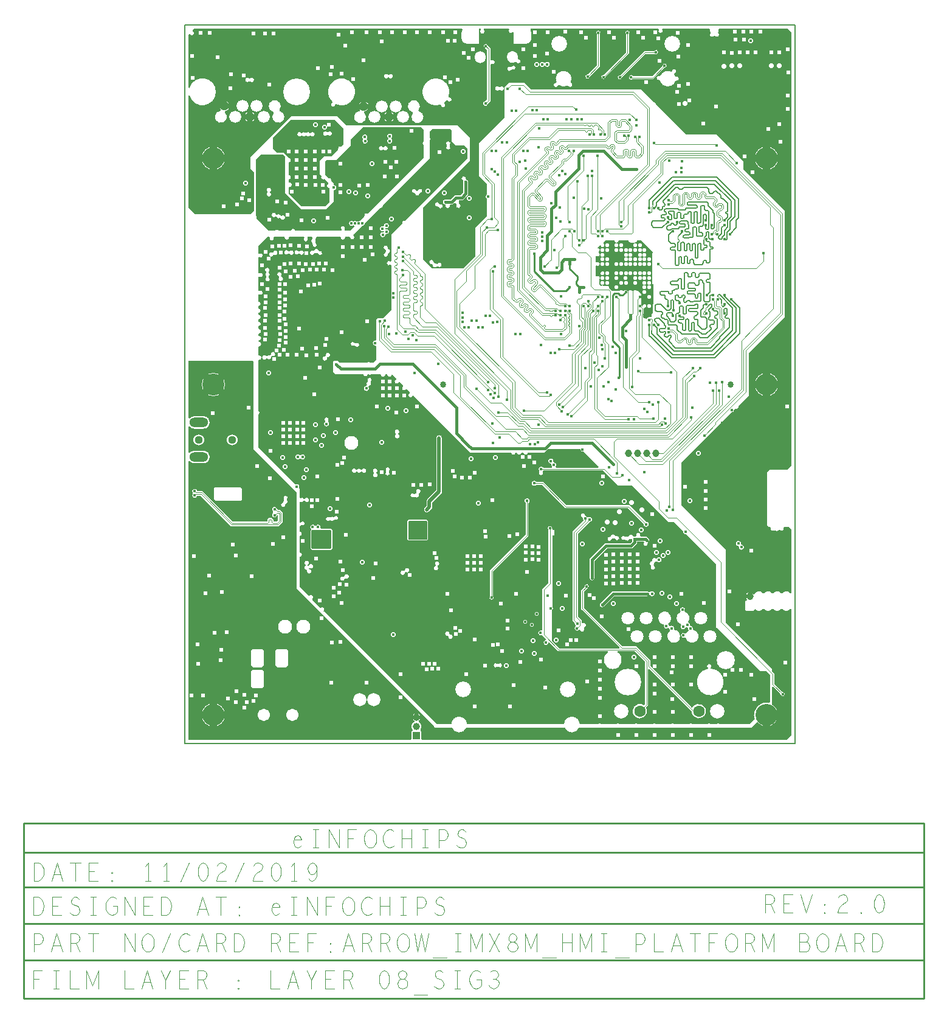
<source format=gbr>
G04 ================== begin FILE IDENTIFICATION RECORD ==================*
G04 Layout Name:  EI_ARROW_IMX8M_HMI_PLATFORM_17_00666_02.brd*
G04 Film Name:    L8_SIG3.gbr*
G04 File Format:  Gerber RS274X*
G04 File Origin:  Cadence Allegro 17.2-P019*
G04 Origin Date:  Mon Feb 11 12:30:40 2019*
G04 *
G04 Layer:  DRAWING FORMAT/L8*
G04 Layer:  DRAWING FORMAT/FILM_LABEL_OUTLINE*
G04 Layer:  VIA CLASS/L8_SIG3*
G04 Layer:  PIN/L8_SIG3*
G04 Layer:  ETCH/L8_SIG3*
G04 Layer:  DRAWING FORMAT/FILM_TITLE_BLOCK*
G04 Layer:  BOARD GEOMETRY/OUTLINE*
G04 *
G04 Offset:    (0.00 0.00)*
G04 Mirror:    No*
G04 Mode:      Positive*
G04 Rotation:  0*
G04 FullContactRelief:  No*
G04 UndefLineWidth:     5.00*
G04 ================== end FILE IDENTIFICATION RECORD ====================*
%FSLAX25Y25*MOIN*%
%IR0*IPPOS*OFA0.00000B0.00000*MIA0B0*SFA1.00000B1.00000*%
%ADD11O,.103X.052*%
%ADD17C,.05*%
%ADD20C,.015*%
%ADD16C,.016*%
%ADD10C,.034*%
%ADD12C,.044*%
%ADD19C,.063*%
%ADD15C,.03937*%
%ADD14R,.03937X.03937*%
%ADD13C,.12*%
%ADD18O,.038X.042*%
%ADD21C,.01*%
%ADD22C,.02*%
%ADD23C,.04*%
%ADD24C,.025*%
%ADD25C,.003*%
%ADD26C,.004*%
%ADD27C,.005*%
%ADD28C,.0035*%
%ADD29C,.0044*%
%ADD30C,.00615*%
%ADD31C,.0039*%
%ADD32C,.0049*%
%ADD37C,.02204*%
%ADD43C,.06004*%
%ADD35C,.02404*%
%ADD39C,.07104*%
%ADD46C,.07204*%
%ADD36C,.02804*%
%ADD49C,.05704*%
%ADD48C,.06604*%
%ADD44C,.06704*%
%ADD33C,.07604*%
%ADD34C,.08604*%
%ADD40C,.07904*%
%ADD41C,.09904*%
%ADD45C,.12704*%
%ADD38C,.14604*%
%ADD47C,.14704*%
%ADD42O,.05934X.06524*%
G75*
%LPD*%
G75*
G36*
G01X138200Y10600D02*
X76098Y72702D01*
G03X74500Y74477I-899J797D01*
G01X74397Y74403D01*
X69911Y78889D01*
G02X69919Y79320I213J212D01*
G03X68220Y81019I-819J880D01*
G02X67789Y81011I-219J205D01*
G01X63000Y85800D01*
Y102292D01*
X63128Y102311D01*
G03Y104689I-177J1189D01*
G01X63000Y104708D01*
Y113799D01*
X63119Y113824D01*
G03Y116176I-251J1176D01*
G01X63000Y116201D01*
Y119043D01*
G03X63527Y119520I-507J1090D01*
G02X63956Y119613I258J-153D01*
G03X63609Y121213I687J987D01*
G02X63180Y121120I-258J153D01*
G03X63000Y121223I-685J-988D01*
G01Y132229D01*
G02X63460Y132483I300J0D01*
G03X65180Y132973I640J1017D01*
G02X65720I270J-131D01*
G03Y134027I1080J527D01*
G02X65180I-270J131D01*
G03X63460Y134517I-1080J-527D01*
G02X63000Y134771I-160J254D01*
G01Y139600D01*
X62533Y140067D01*
X62594Y140168D01*
G03X60571Y142029I-1198J728D01*
G01X40300Y162300D01*
Y180207D01*
G03Y182393I-500J1093D01*
G01Y210011D01*
G02X40640Y210309I300J1D01*
G03Y212691I160J1191D01*
G02X40300Y212989I-40J297D01*
G01Y217401D01*
G02X40620Y217701I300J1D01*
G03Y220099I80J1199D01*
G02X40300Y220399I-20J299D01*
G01Y220698D01*
G02X40600Y220998I300J0D01*
G03Y223402I0J1202D01*
G02X40300Y223702I0J300D01*
G01Y224401D01*
G02X40580Y224701I300J1D01*
G03Y227099I-80J1199D01*
G02X40300Y227399I20J299D01*
G01Y228649D01*
G02X40444Y228799I150J0D01*
G03Y231201I-44J1201D01*
G02X40300Y231351I6J150D01*
G01Y232349D01*
G02X40444Y232499I150J0D01*
G03Y234901I-44J1201D01*
G02X40300Y235051I6J150D01*
G01Y235891D01*
X40433Y235905D01*
G03Y238295I-133J1195D01*
G01X40300Y238309D01*
Y239791D01*
X40433Y239805D01*
G03Y242195I-133J1195D01*
G01X40300Y242209D01*
Y245879D01*
G02X40800Y246103I300J0D01*
G03Y247897I800J897D01*
G02X40300Y248121I-200J224D01*
G01Y255579D01*
G02X40800Y255803I300J0D01*
G03Y257597I800J897D01*
G02X40300Y257821I-200J224D01*
G01Y266379D01*
G02X40800Y266603I300J0D01*
G03Y268397I800J897D01*
G02X40300Y268621I-200J224D01*
G01Y272600D01*
X45400Y277700D01*
X46223D01*
G02X46498Y277280I0J-300D01*
G03X48702I1102J-480D01*
G02X48977Y277700I275J120D01*
G01X54401D01*
G02X54701Y277380I1J-300D01*
G03X57099I1199J-80D01*
G02X57399Y277700I299J20D01*
G01X65277D01*
G02X65482Y277180I1J-300D01*
G03X67118I818J-880D01*
G02X67323Y277700I204J220D01*
G01X69501D01*
G02X69801Y277420I1J-300D01*
G03X69983Y276859I1199J79D01*
G02X69870Y276434I-254J-160D01*
G03X69953Y274272I564J-1061D01*
G02X70085Y273835I-121J-275D01*
G03X71579Y274289I1013J-647D01*
G02X71447Y274726I121J275D01*
G03X71451Y276014I-1013J647D01*
G02X71564Y276439I254J160D01*
G03X72199Y277420I-564J1061D01*
G02X72499Y277700I299J-20D01*
G01X85166D01*
G02X85466Y277384I0J-300D01*
G03X87866I1200J-63D01*
G02X88166Y277700I300J16D01*
G01X90284D01*
G02X90584Y277384I0J-300D01*
G03X92464Y278312I1200J-63D01*
G02X92422Y278772I170J247D01*
G01X97248Y283598D01*
X97309D01*
G03X98702Y284991I-9J1402D01*
G01Y285052D01*
X107077Y293427D01*
X107153Y293414D01*
G03X108537Y294798I198J1186D01*
G01X108524Y294874D01*
X134350Y320700D01*
Y330488D01*
G03Y332002I-934J757D01*
G01Y335550D01*
X135500Y336700D01*
X145500D01*
X146400Y335800D01*
Y329700D01*
X147819Y328281D01*
X147830Y328260D01*
G03X148353Y327737I1070J547D01*
G01X148374Y327726D01*
X148500Y327600D01*
X153200D01*
X154800Y326000D01*
Y320700D01*
X120645Y286545D01*
X120565Y286563D01*
G03X119135Y285133I-255J-1175D01*
G01X119153Y285053D01*
X113200Y279100D01*
Y264402D01*
G02X112709Y264171I-300J0D01*
G03Y262317I-765J-927D01*
G02X113200Y262086I191J-231D01*
G01Y255665D01*
G03Y255535I1200J-65D01*
G01Y247425D01*
G03Y245975I1200J-725D01*
G01Y245125D01*
G03Y243675I1200J-725D01*
G01Y237600D01*
X108600Y233000D01*
X105500D01*
X104800Y232300D01*
Y221199D01*
G02X104482Y220900I-300J0D01*
G03Y218100I-82J-1400D01*
G02X104800Y217801I18J-299D01*
G01Y210100D01*
X103400Y208700D01*
X101597D01*
G03X99803I-897J-800D01*
G01X85100D01*
X84000Y209800D01*
X81700D01*
X81200Y209300D01*
Y203600D01*
X82400Y202400D01*
X97791D01*
X97805Y202267D01*
G03X100195I1195J133D01*
G01X100209Y202400D01*
X100420D01*
X100464Y202358D01*
G03X102178Y202400I836J863D01*
G01X107201D01*
G02X107501Y202120I1J-300D01*
G03X109899I1199J80D01*
G02X110199Y202400I299J-20D01*
G01X110701D01*
G02X111001Y202120I1J-300D01*
G03X113378Y201963I1199J81D01*
G02X113885Y202115I294J-60D01*
G01X116034Y199966D01*
G02X115898Y199463I-212J-213D01*
G03X117363Y197998I302J-1163D01*
G02X117866Y198134I290J-76D01*
G01X119778Y196222D01*
G02X119712Y195749I-213J-211D01*
G03X121349Y194112I588J-1049D01*
G02X121822Y194178I262J-147D01*
G01X123457Y192543D01*
G02X123335Y192045I-212J-212D01*
G03X124845Y190535I365J-1145D01*
G02X125343Y190657I286J-90D01*
G01X156700Y159300D01*
X178902D01*
X178929Y159184D01*
G03X181271I1171J270D01*
G01X181298Y159300D01*
X182102D01*
X182129Y159184D01*
G03X184471I1171J270D01*
G01X184498Y159300D01*
X185702D01*
X185729Y159184D01*
G03X188071I1171J270D01*
G01X188098Y159300D01*
X197100D01*
X199100Y161300D01*
X216820D01*
Y161150D01*
G03X218401Y160157I1102J-1D01*
G01X218497Y160203D01*
X226966Y151734D01*
G02X226754Y151222I-212J-212D01*
G01X203565D01*
G02X203348Y151729I0J300D01*
G03X202392Y154101I-1011J971D01*
G02X202112Y154471I12J300D01*
G03X200694Y153399I-1363J329D01*
G02X200974Y153029I-12J-300D01*
G03X201326Y151729I1363J-329D01*
G02X201109Y151222I-217J-207D01*
G01X196536D01*
G03X194425Y149392I-1135J-823D01*
G02X194434Y148969I-208J-216D01*
G03X196241Y148893I870J-829D01*
G02X196286Y149313I234J187D01*
G03X196536Y149578I-886J1087D01*
G01X229122D01*
X237400Y141300D01*
X245400D01*
X265300Y121400D01*
X268100D01*
X273159Y116341D01*
X273145Y116265D01*
G03X274765Y114645I1382J-238D01*
G01X274841Y114659D01*
X291300Y98200D01*
Y63800D01*
X315500Y39600D01*
X319100D01*
X320800Y37900D01*
Y22667D01*
G02X320432Y22375I-300J0D01*
G03X312429Y13645I-1534J-6627D01*
G01X312458Y13558D01*
X309500Y10600D01*
X293542D01*
G03X291458I-1042J-600D01*
G01X288542D01*
G03X286458I-1042J-600D01*
G01X278542D01*
G03X276458I-1042J-600D01*
G01X268542D01*
G03X266458I-1042J-600D01*
G01X258542D01*
G03X256458I-1042J-600D01*
G01X248542D01*
G03X246458I-1042J-600D01*
G01X238542D01*
G03X236458I-1042J-600D01*
G01X228542D01*
G03X226458I-1042J-600D01*
G01X216506D01*
X216496Y10739D01*
G03X207914I-4291J-304D01*
G01X207904Y10600D01*
X154695D01*
X154685Y10739D01*
G03X146103I-4291J-304D01*
G01X146093Y10600D01*
X138200D01*
G37*
G36*
G01X129770Y6368D02*
G03X129235Y7124I-801J0D01*
G02X129107Y7602I100J283D01*
G03X128220Y11887I-2107J1798D01*
G02X128198Y12413I132J269D01*
G03X125802I-1198J1987D01*
G02X125780Y11887I-154J-257D01*
G03X124893Y7602I1220J-2487D01*
G02X124765Y7124I-228J-195D01*
G03X124230Y6368I266J-756D01*
G01Y2432D01*
G03Y2409I802J-12D01*
G02X123930Y2100I-300J-9D01*
G01X2001D01*
Y154684D01*
G02X2532Y154876I300J0D01*
G03X5147Y153650I2615J2176D01*
G01X10247D01*
G03Y160452I0J3401D01*
G01X5147D01*
G03X2532Y159226I0J-3402D01*
G02X2001Y159418I-231J192D01*
G01Y173582D01*
G02X2532Y173774I300J0D01*
G03X5147Y172548I2615J2176D01*
G01X10247D01*
G03Y179350I0J3401D01*
G01X5147D01*
G03X2532Y178124I0J-3402D01*
G02X2001Y178316I-231J192D01*
G01Y209898D01*
X37302D01*
X37700Y209500D01*
Y161300D01*
X61201Y137799D01*
Y85099D01*
X137400Y8900D01*
X146375D01*
G03X154413I4019J1535D01*
G01X208186D01*
G03X216224I4019J1535D01*
G01X227015D01*
X227042Y8889D01*
G03X227958I458J1111D01*
G01X227985Y8900D01*
X237015D01*
X237042Y8889D01*
G03X237958I458J1111D01*
G01X237985Y8900D01*
X247015D01*
X247042Y8889D01*
G03X247958I458J1111D01*
G01X247985Y8900D01*
X257015D01*
X257042Y8889D01*
G03X257958I458J1111D01*
G01X257985Y8900D01*
X267015D01*
X267042Y8889D01*
G03X267958I458J1111D01*
G01X267985Y8900D01*
X277015D01*
X277042Y8889D01*
G03X277958I458J1111D01*
G01X277985Y8900D01*
X287015D01*
X287042Y8889D01*
G03X287958I458J1111D01*
G01X287985Y8900D01*
X292015D01*
X292042Y8889D01*
G03X292958I458J1111D01*
G01X292985Y8900D01*
X310700D01*
X313542Y11742D01*
G02X313986Y11720I212J-212D01*
G03X322100Y21234I4912J4028D01*
G01Y30914D01*
G02X322612Y31126I300J0D01*
G01X326597Y27141D01*
X326598Y27080D01*
G03X327820Y28302I1202J20D01*
G01X327759Y28303D01*
X323222Y32840D01*
Y38440D01*
X322100Y39562D01*
Y41000D01*
X296700Y66400D01*
Y106400D01*
X272300Y130800D01*
Y154000D01*
X299807Y181507D01*
X299875Y181503D01*
G03X301097Y182725I72J1150D01*
G01X301093Y182793D01*
X301849Y183549D01*
G03X303508Y185055I650J951D01*
G01X303454Y185154D01*
X309200Y190900D01*
Y211200D01*
X309250Y211250D01*
Y214150D01*
X328800Y233700D01*
Y292000D01*
X306200Y314600D01*
Y319000D01*
X292479Y332721D01*
X292470Y332764D01*
G03X291556Y333678I-1174J-260D01*
G01X291513Y333687D01*
X291300Y333900D01*
X274700D01*
X258199Y350401D01*
X258192Y350452D01*
G03X257152Y351492I-1192J-152D01*
G01X257101Y351499D01*
X250200Y358400D01*
X189900D01*
X186200Y362100D01*
X177600D01*
X175300Y359800D01*
Y343100D01*
X161400Y329200D01*
Y310800D01*
X165600Y306600D01*
Y300912D01*
G03Y298364I586J-1274D01*
G01Y289100D01*
X159300Y282800D01*
Y267062D01*
X152638Y260400D01*
X135700D01*
X130600Y265500D01*
Y293800D01*
X156200Y319400D01*
Y332000D01*
X149500Y338700D01*
X88600D01*
X83600Y343700D01*
X58300D01*
X35900Y321300D01*
Y319024D01*
G03Y317650I986J-687D01*
G01Y316624D01*
G03X35876Y315285I986J-687D01*
G01X35900Y315248D01*
Y315000D01*
X37900Y313000D01*
Y292200D01*
X35800Y290100D01*
X5500D01*
X2001Y293599D01*
Y354905D01*
G02X2588Y354993I300J0D01*
G03Y359301I7029J2154D01*
G02X2001Y359389I-287J88D01*
G01Y388501D01*
X2243Y388743D01*
G02X2724Y388665I212J-212D01*
G03X4335Y390276I1076J535D01*
G02X4257Y390757I134J269D01*
G01X5200Y391700D01*
X152009D01*
G02X152252Y391223I1J-300D01*
G03X151642Y389357I2554J-1868D01*
G01Y386601D01*
G03X154806Y383438I3164J1D01*
G01X161416D01*
Y391700D01*
X162197D01*
G02X162377Y391160I0J-300D01*
G03X163823I723J-960D01*
G02X164003Y391700I180J240D01*
G01X177598D01*
G02X177838Y391220I0J-300D01*
G03X179748Y389761I962J-720D01*
G02X180284Y389577I236J-185D01*
G01Y383438D01*
X186894D01*
G03X190058Y386601I0J3164D01*
G01Y389357D01*
G03X189448Y391223I-3164J-2D01*
G02X189691Y391700I242J177D01*
G01X259598D01*
G02X259838Y391220I0J-300D01*
G03X261762I962J-720D01*
G02X262002Y391700I240J180D01*
G01X287552D01*
G02X287831Y391290I0J-300D01*
G03X288335Y389817I1119J-440D01*
G02X288345Y389308I-153J-258D01*
G03X290100Y387815I655J-1008D01*
G02X290639Y387835I274J-121D01*
G03X292431Y389354I1061J565D01*
G02X292411Y389813I183J238D01*
G03X292663Y391260I-811J887D01*
G02X292929Y391700I266J140D01*
G01X330500D01*
X332645Y389555D01*
Y315345D01*
X332600Y315300D01*
Y152500D01*
X330200Y150100D01*
X320700D01*
X319300Y148700D01*
Y119500D01*
X320200Y118600D01*
X321022D01*
G02X321304Y118198I0J-300D01*
G03X323222Y116882I1131J-408D01*
G02X323659Y116834I196J-227D01*
G03X325697Y117014I963J719D01*
G02X326204Y117061I268J-135D01*
G03X328291Y118198I956J728D01*
G02X328573Y118600I282J102D01*
G01X331300D01*
X332600Y117300D01*
Y82488D01*
G02X332053Y82317I-300J-1D01*
G03X327581Y82276I-2222J-1536D01*
G02X327081I-250J166D01*
G03X322581I-2250J-1495D01*
G02X322081I-250J166D01*
G03X317581I-2250J-1495D01*
G02X317081I-250J166D01*
G03X312356Y81864I-2250J-1495D01*
G02X311817Y81842I-275J120D01*
G03X307580Y80781I-1986J-1061D01*
G01Y80381D01*
G03X308288Y78742I2251J0D01*
G01X308335Y78697D01*
Y78482D01*
X307931D01*
G03X307130Y77681I0J-801D01*
G01Y73481D01*
G03X307931Y72680I801J0D01*
G01X311731D01*
G03X312532Y73481I0J801D01*
G01Y73656D01*
X312751D01*
X312795Y73605D01*
G03X317081Y73886I2036J1776D01*
G02X317581I250J-166D01*
G03X322081I2250J1495D01*
G02X322581I250J-166D01*
G03X327081I2250J1495D01*
G02X327581I250J-166D01*
G03X332053Y73845I2250J1495D01*
G02X332600Y73674I247J-170D01*
G01Y4600D01*
X330100Y2100D01*
X130070D01*
G02X129770Y2409I0J300D01*
G03Y2432I-802J11D01*
G01Y6368D01*
G37*
G36*
G01X45900Y281000D02*
X39170Y287730D01*
Y289002D01*
X39000D01*
Y320000D01*
X41800Y322800D01*
X53600D01*
X54800Y321600D01*
Y301600D01*
X63800Y292600D01*
X77300D01*
X81600Y296900D01*
Y303049D01*
G02X81745Y303199I150J0D01*
G03Y306001I-45J1401D01*
G02X81600Y306151I5J150D01*
G01Y307100D01*
X80311Y308389D01*
X80327Y308467D01*
G03X78914Y309880I-1179J234D01*
G01X78836Y309864D01*
X77050Y311650D01*
Y314650D01*
X77056Y314670D01*
G03Y315330I-1156J330D01*
G01X77050Y315350D01*
Y319050D01*
X77900Y319900D01*
X83100D01*
X91000Y327800D01*
Y331200D01*
X97500Y337700D01*
X129400D01*
X130800Y336300D01*
Y329873D01*
G03Y327901I687J-986D01*
G01Y321100D01*
X100109Y290409D01*
X100013Y290454D01*
G03X98413Y288854I-513J-1087D01*
G01X98458Y288758D01*
X95958Y286258D01*
X95865Y286296D01*
G03X94345Y285998I-535J-1296D01*
G03X92375I-985J-998D01*
G03Y284002I-985J-998D01*
G03X92820Y283706I985J998D01*
G02X92917Y283217I-115J-277D01*
G01X90700Y281000D01*
X87645D01*
G02X87450Y281527I0J300D01*
G03X85882I-784J912D01*
G02X85687Y281000I-195J-227D01*
G01X60491D01*
X60461Y281111D01*
G03X58139I-1161J-311D01*
G01X58109Y281000D01*
X51493D01*
G03X49307I-1093J-500D01*
G01X45900D01*
G37*
G36*
G01X76590Y309310D02*
X78760Y307140D01*
G02X78668Y306653I-212J-212D01*
G03X79061Y304352I480J-1102D01*
G02X79200Y304203I-11J-150D01*
G01Y296800D01*
X76800Y294400D01*
X63800D01*
X56900Y301300D01*
Y304728D01*
G02X57260Y305022I300J0D01*
G03Y307378I240J1178D01*
G02X56900Y307672I-60J294D01*
G01Y309091D01*
X57033Y309105D01*
G03Y311495I-133J1195D01*
G01X56900Y311509D01*
Y318491D01*
X57033Y318505D01*
G03Y320895I-133J1195D01*
G01X56900Y320909D01*
Y321200D01*
X54200Y323900D01*
X50600D01*
X48400Y326100D01*
Y332200D01*
X57900Y341700D01*
X82400D01*
X87100Y337000D01*
Y328500D01*
X86972Y328372D01*
G03X86454Y327864I544J-1072D01*
G01X86444Y327844D01*
X85698Y327098D01*
X85605Y327136D01*
G03X84036Y325567I-457J-1112D01*
G01X84074Y325474D01*
X80400Y321800D01*
X76300D01*
X73900Y319400D01*
Y312000D01*
X74910Y310990D01*
X74853Y310891D01*
G03X76491Y309253I1047J-591D01*
G01X76590Y309310D01*
G37*
G36*
G01X252859Y232800D02*
G03X251733Y233131I-826J-729D01*
G02X251352Y233420I-81J289D01*
G01Y234653D01*
X251652Y234953D01*
Y238349D01*
G02X251969Y238649I300J1D01*
G03X250931Y239720I64J1100D01*
G01X250933Y239656D01*
X250781Y239504D01*
X250577Y239709D01*
X250576Y239769D01*
G03X250400Y240346I-1102J-21D01*
G01Y241711D01*
G03Y242905I-926J597D01*
G01Y244269D01*
G03Y245463I-926J597D01*
G01Y246300D01*
X248600Y248100D01*
X247787D01*
G03X246043I-872J-674D01*
G01X245228D01*
G03X243484I-872J-674D01*
G01X242668D01*
G03X241018Y248205I-871J-674D01*
G01X240913Y248100D01*
X240110D01*
G03X238366I-872J-674D01*
G01X234400D01*
X232657Y249843D01*
X232662Y249911D01*
G03X230723Y250700I-1100J74D01*
G01X229842D01*
G03X228280Y250817I-839J-715D01*
G02X228076Y250824I-98J113D01*
G01X227300Y251600D01*
Y251848D01*
X227329Y251888D01*
G03X227300Y253238I-885J656D01*
G01Y254409D01*
G03X225702Y255918I-856J694D01*
G02X225200Y256139I-202J222D01*
G01Y261742D01*
G02X225702Y261964I300J0D01*
G03Y263594I741J815D01*
G02X225200Y263816I-202J222D01*
G01Y266861D01*
G02X225702Y267082I300J-1D01*
G03X227000Y268848I742J815D01*
G01Y269505D01*
G03X226589Y271548I-556J951D01*
G01X226539Y271555D01*
X226397Y271697D01*
X226627Y271927D01*
X226671Y271937D01*
G03X227522Y272788I-227J1078D01*
G01X227532Y272832D01*
X227762Y273062D01*
X227904Y272920D01*
X227911Y272870D01*
G03X229700Y273869I1092J145D01*
G01Y274700D01*
X230700Y275700D01*
X235574D01*
X235577Y275553D01*
G03X237781I1102J22D01*
G01X237784Y275700D01*
X243251D01*
X243254Y275553D01*
G03X244588Y274497I1102J21D01*
G01X244603Y274500D01*
X246668D01*
X246683Y274497D01*
G03X248017Y275553I232J1077D01*
G01X248020Y275700D01*
X250100D01*
X256549Y269251D01*
G02X256511Y268794I-212J-212D01*
G03X256200Y267340I640J-897D01*
G01Y265895D01*
G03Y264781I951J-557D01*
G01Y263336D01*
G03Y262222I951J-557D01*
G01Y260794D01*
G03Y259660I945J-567D01*
G01Y258219D01*
G03Y257105I951J-557D01*
G01Y255660D01*
G03Y254546I951J-557D01*
G01Y253101D01*
G03X256974Y251456I951J-557D01*
G01X257100Y251436D01*
Y241000D01*
X256600Y240500D01*
Y235900D01*
X256100Y235400D01*
Y234965D01*
X256094Y234944D01*
G03Y234316I1056J-314D01*
G01X256100Y234295D01*
Y234200D01*
X255776Y233876D01*
X254846D01*
G03X254014Y233532I-1J-1176D01*
G01X253760Y233278D01*
G03X253648Y233148I833J-831D01*
G01X253300Y232800D01*
X252859D01*
G37*
%LPC*%
G75*
G36*
G01X121898Y111851D02*
Y122049D01*
X122551Y122702D01*
X132749D01*
X133402Y122049D01*
Y111951D01*
X132749Y111298D01*
X122451D01*
X121898Y111851D01*
G37*
G36*
G01X145221Y327917D02*
G03X145220Y327478I204J-220D01*
G02X143583Y327483I-821J-878D01*
G03X143584Y327922I-204J220D01*
G02X145221Y327917I821J878D01*
G37*
G36*
G01X126206Y301359D02*
G03X125867Y301622I-298J-34D01*
G02X126895Y302953I-166J1190D01*
G03X127234Y302690I298J34D01*
G02X127408Y302702I169J-1190D01*
G03X127708Y302964I2J300D01*
G02X128892Y301610I1192J-152D01*
G03X128592Y301348I-2J-300D01*
G02X126206Y301359I-1192J152D01*
G37*
G36*
G01X111553Y268666D02*
G03X111333Y268273I63J-293D01*
G02X109947Y269047I-1133J-401D01*
G03X110167Y269440I-63J293D01*
G02X110163Y270231I1133J401D01*
G03X109929Y270624I-284J97D01*
G02X111266Y271419I200J1185D01*
G03X111500Y271026I284J-97D01*
G02X111553Y268666I-200J-1185D01*
G37*
G36*
G01X93164Y219507D02*
G03X93623Y219417I266J139D01*
G02X93336Y217940I777J-917D01*
G03X92877Y218030I-266J-139D01*
G02X93164Y219507I-777J917D01*
G37*
G36*
G01X76804Y176278D02*
G03X76820Y176726I-192J231D01*
G02X78516Y176761I830J869D01*
G03X78550Y176315I216J-208D01*
G02X76804Y176278I-850J-1115D01*
G37*
G36*
G01X63513Y156116D02*
G03X63072Y156097I-212J-213D01*
G02X62987Y157996I-1072J903D01*
G03X63428Y158015I212J213D01*
G02X63513Y156116I1072J-903D01*
G37*
G36*
G01X110372Y148956D02*
G03X110394Y149415I-182J239D01*
G02X111938Y149342I815J883D01*
G03X111916Y148883I182J-239D01*
G02X110372Y148956I-815J-883D01*
G37*
G36*
G01X135702Y128937D02*
X133832Y127068D01*
G02X131568Y129332I-1132J1132D01*
G01X132498Y130263D01*
Y132700D01*
G02X132968Y133832I1601J-1D01*
G01X137798Y138663D01*
Y167353D01*
G02X141002I1602J0D01*
G01Y137337D01*
X135702Y132037D01*
Y128937D01*
G37*
G36*
G01X79820Y122282D02*
G03X79380I-220J-205D01*
G02Y123918I-880J818D01*
G03X79820I220J205D01*
G02X81386Y124087I880J-818D01*
G03X81821Y124191I171J247D01*
G02X82193Y122634I1058J-570D01*
G03X81758Y122530I-171J-247D01*
G02X79820Y122282I-1058J570D01*
G37*
G36*
G01X251614Y120424D02*
X243050Y128988D01*
X208750D01*
X195960Y141778D01*
X192736D01*
G02Y143422I-1136J822D01*
G01X196640D01*
X209430Y130632D01*
X243730D01*
X252776Y121586D01*
X252847Y121594D01*
G02X251606Y120353I153J-1394D01*
G01X251614Y120424D01*
G37*
G36*
G01X234398Y112260D02*
G03X234005Y112009I-95J-284D01*
G02X233191Y113281I-1195J132D01*
G03X233584Y113532I95J284D01*
G02X235920Y113779I1195J-132D01*
G03X236363Y113619I285J95D01*
G02X235859Y112221I637J-1019D01*
G03X235416Y112381I-285J-95D01*
G02X234398Y112260I-637J1019D01*
G37*
G36*
G01X79949Y106198D02*
X69751D01*
X68798Y107151D01*
Y116849D01*
X69121Y117172D01*
G03X69119Y117598I-212J212D01*
G02X71294Y119334I981J1002D01*
G03X71806I256J157D01*
G02X74312Y118107I1194J-734D01*
G03X74593Y117702I281J-105D01*
G01X80049D01*
X80802Y116949D01*
Y107051D01*
X79949Y106198D01*
G37*
G36*
G01X255661Y97151D02*
G03X255572Y97601I-234J188D01*
G02X255991Y99844I581J1052D01*
G03X256242Y100211I-41J297D01*
G02X258288Y101311I1170J277D01*
G03X258770Y101373I219J205D01*
G02X258896Y99836I1230J-673D01*
G03X258410Y99818I-236J-185D01*
G02X257574Y99297I-998J670D01*
G03X257323Y98930I41J-297D01*
G02X257092Y97902I-1170J-277D01*
G03X257181Y97452I234J-188D01*
G02X255661Y97151I-581J-1052D01*
G37*
G36*
G01X224610Y100199D02*
Y90779D01*
G02X221908I-1351J0D01*
G01Y101319D01*
X230340Y109752D01*
X244140D01*
X245238Y110850D01*
Y111832D01*
G03X244875Y112125I-300J0D01*
G02X244213Y112169I-254J1175D01*
G03X243820Y111959I-102J-282D01*
G02X241637Y111605I-1167J288D01*
G03X241205Y111686I-254J-160D01*
G02X241506Y113295I-715J966D01*
G03X241938Y113214I254J160D01*
G02X243061Y113378I715J-967D01*
G03X243454Y113588I102J282D01*
G02X245784Y113603I1167J-288D01*
G03X246168Y113394I290J76D01*
G02X246590Y113462I422J-1275D01*
G01X247199D01*
G03X247470Y113889I0J300D01*
G02X249646I1088J511D01*
G03X249917Y113462I271J-127D01*
G01X253280D01*
X254256Y112486D01*
G02X253914Y110326I-956J-956D01*
G03X253780Y109927I136J-268D01*
G02X251847Y110247I-1080J-527D01*
G03X251634Y110758I-213J211D01*
G01X247942D01*
Y109730D01*
X245260Y107048D01*
X231460D01*
X224610Y100199D01*
G37*
G36*
G01X167378Y95140D02*
X186778Y114540D01*
Y131943D01*
G02X188422Y131798I922J1057D01*
G01Y113860D01*
X169022Y94460D01*
Y80872D01*
G02X167378I-822J-877D01*
G01Y95140D01*
G37*
G36*
G01X235523Y80808D02*
X229758Y75042D01*
G02X227846Y76954I-956J956D01*
G01X234403Y83510D01*
X253459D01*
G02X254543Y82966I0J-1352D01*
G03X255034Y82978I241J178D01*
G02X255058Y81387I1166J-778D01*
G03X254567Y81385I-245J-173D01*
G02X253459Y80808I-1108J775D01*
G01X235523D01*
G37*
G36*
G01X145130Y60091D02*
G03X145469Y59752I297J-42D01*
G02X144448Y58731I169J-1190D01*
G03X144109Y59070I-297J42D01*
G02X145130Y60091I-169J1190D01*
G37*
G36*
G01X278505Y62687D02*
G03X278731Y62283I279J-109D01*
G02X274646Y57960I-631J-3496D01*
G03X274186Y58139I-292J-70D01*
G02X274418Y60264I-786J1161D01*
G03X274905Y60340I217J207D01*
G02X276151Y61756I3194J-1554D01*
G03X276200Y62217I-165J251D01*
G02X275800Y63283I1000J983D01*
G03X275518Y63600I-299J18D01*
G02X274960Y63753I84J1400D01*
G03X274537Y63577I-137J-267D01*
G02X272145Y64923I-1337J423D01*
G03X272011Y65406I-226J197D01*
G02X271698Y72051I1089J3381D01*
G03X271812Y72515I-119J275D01*
G02X274060Y72613I1088J885D01*
G03X274214Y72160I248J-168D01*
G02X276006Y66745I-1114J-3373D01*
G03X276137Y66295I245J-173D01*
G02X277000Y64917I-537J-1295D01*
G03X277282Y64600I299J-18D01*
G02X278505Y62687I-82J-1400D01*
G37*
G36*
G01X171808Y42094D02*
G03X171364I-222J-201D01*
G02Y43706I-892J806D01*
G03X171808I222J201D01*
G02Y42094I892J-806D01*
G37*
G36*
G01X109882Y278845D02*
G02X108825Y280179I-1402J-25D01*
G03X109198Y280475I73J291D01*
G02Y280530I1402J28D01*
G03X108775Y280809I-300J6D01*
G02X108693Y283401I-575J1279D01*
G03X109098Y283685I105J281D01*
G02X110007Y282387I1402J15D01*
G03X109602Y282103I-105J-281D01*
G02Y282058I-1402J-23D01*
G03X110025Y281779I300J-6D01*
G02X110255Y279141I575J-1279D01*
G03X109882Y278845I-73J-291D01*
G37*
G36*
G01X62939Y269565D02*
G02X62900Y268515I1061J-565D01*
G03X62361Y268535I-274J-121D01*
G02X62400Y269585I-1061J565D01*
G03X62939Y269565I274J121D01*
G37*
G36*
G01X57339D02*
G02X57300Y268515I1061J-565D01*
G03X56761Y268535I-274J-121D01*
G02X56800Y269585I-1061J565D01*
G03X57339Y269565I274J121D01*
G37*
G36*
G01X73676Y269925D02*
G02X72923Y268555I424J-1125D01*
G03X72524Y268775I-294J-61D01*
G02X71443Y268893I-424J1125D01*
G03X70984Y268693I-164J-251D01*
G02X70457Y269907I-1184J207D01*
G03X70916Y270107I164J251D01*
G02X73277Y270145I1184J-207D01*
G03X73676Y269925I294J61D01*
G37*
G36*
G01X48470Y267723D02*
G02X47971Y268997I-1170J277D01*
G03X48430Y269177I167J249D01*
G02X48929Y267903I1170J-277D01*
G03X48470Y267723I-167J-249D01*
G37*
G36*
G01X52902Y255763D02*
G02X51738Y255437I-302J-1163D01*
G03X51598Y255937I-215J209D01*
G02X52762Y256263I302J1163D01*
G03X52902Y255763I215J-209D01*
G37*
G36*
G01X45902Y255440D02*
G02X44698I-602J-1040D01*
G03Y255960I-150J260D01*
G02X44595Y257974I602J1040D01*
G03X44575Y258473I-176J243D01*
G02X45905Y258526I625J1027D01*
G03X45925Y258027I176J-243D01*
G02X45902Y255960I-625J-1027D01*
G03Y255440I150J-260D01*
G37*
G36*
G01X44663Y211040D02*
G02X44617Y212240I-1063J560D01*
G03X45137Y212260I254J160D01*
G02X46710Y212789I1064J-560D01*
G03X47129Y213128I127J272D01*
G02X47790Y212311I1171J272D01*
G03X47371Y211972I-127J-272D01*
G02X45183Y211060I-1171J-272D01*
G03X44663Y211040I-254J-160D01*
G37*
G36*
G01X77854Y211336D02*
G02X76907Y212184I-1154J-336D01*
G03X77246Y212564I51J296D01*
G02X78193Y211716I1154J336D01*
G03X77854Y211336I-51J-296D01*
G37*
G36*
G01X100600Y195457D02*
G02X99543Y195988I-1099J-870D01*
G03X99798Y196459I9J300D01*
G02X100196Y198191I988J685D01*
G03X100299Y198619I-147J262D01*
G02X101890Y198237I1001J665D01*
G03X101787Y197809I147J-262D01*
G02X100825Y195943I-1001J-665D01*
G03X100600Y195457I10J-300D01*
G37*
G36*
G01X117025Y169427D02*
G02X115695Y169374I-625J-1027D01*
G03X115675Y169873I-176J243D01*
G02X117005Y169926I625J1027D01*
G03X117025Y169427I176J-243D01*
G37*
G36*
G01X93880Y148973D02*
G02Y150027I-1080J527D01*
G03X94420I270J131D01*
G02X96580I1080J-527D01*
G03X97120I270J131D01*
G02Y148973I1080J-527D01*
G03X96580I-270J-131D01*
G02X94420I-1080J527D01*
G03X93880I-270J-131D01*
G37*
G36*
G01X105103Y148095D02*
G02X103688Y148002I-644J-1015D01*
G03X103656Y148485I-193J230D01*
G02X105071Y148578I644J1015D01*
G03X105103Y148095I193J-230D01*
G37*
G36*
G01X125780Y135182D02*
G02Y136818I-880J818D01*
G03X126220I220J205D01*
G02X126823Y137170I881J-817D01*
G03X127003Y137629I-69J292D01*
G02X128277Y137130I997J671D01*
G03X128097Y136671I69J-292D01*
G02X126220Y135182I-997J-671D01*
G03X125780I-220J-205D01*
G37*
G36*
G01X138478Y97016D02*
G02X137402Y97265I-779J-916D01*
G03X137522Y97784I-74J291D01*
G02X138598Y97535I779J916D01*
G03X138478Y97016I74J-291D01*
G37*
G36*
G01X68133Y95600D02*
G02X67067Y94800I67J-1200D01*
G03X66767Y95200I-283J100D01*
G02X66140Y97463I-66J1200D01*
G03X66160Y97983I-140J266D01*
G02X67360Y97937I640J1017D01*
G03X67340Y97417I140J-266D01*
G02X67522Y97277I-638J-1018D01*
G03X68022Y97437I206J219D01*
G02X68378Y96323I1178J-237D01*
G03X67878Y96163I-206J-219D01*
G02X67833Y96000I-1178J238D01*
G03X68133Y95600I283J-100D01*
G37*
G36*
G01X120702Y93722D02*
G02X120139Y94718I-1202J-22D01*
G03X120598Y94978I159J254D01*
G02X121161Y93982I1202J22D01*
G03X120702Y93722I-159J-254D01*
G37*
G36*
G01X87502Y90397D02*
G02X87019Y91363I-1202J3D01*
G03X87498Y91603I179J241D01*
G02X87981Y90637I1202J-3D01*
G03X87502Y90397I-179J-241D01*
G37*
G36*
G01X218897Y63271D02*
G02X216747Y62260I-997J-671D01*
G03X216220Y62356I-288J-85D01*
G02X214194Y64270I-1119J844D01*
G03X214199Y64724I-193J229D01*
G02X213732Y65929I927J1052D01*
G01X213740Y66000D01*
X212478Y67262D01*
Y116140D01*
X218609Y122270D01*
G02X218260Y123565I1014J968D01*
G03X218034Y123928I-292J70D01*
G02X219494Y124965I266J1172D01*
G03X219763Y124633I298J-33D01*
G02X220781Y124028I-140J-1395D01*
G03X221200Y123951I248J169D01*
G02X221847Y121406I800J-1151D01*
G01X221776Y121414D01*
X215522Y115160D01*
Y69640D01*
X217568Y67594D01*
Y66077D01*
G03X218054Y65842I300J0D01*
G02X219077Y63730I746J-942D01*
G03X218897Y63271I69J-292D01*
G37*
G36*
G01X268468Y62320D02*
G02X265993Y61647I-368J-3533D01*
G03X266007Y62120I-177J242D01*
G02X265500Y63119I892J1081D01*
G03X265007Y63331I-299J-17D01*
G02X262783Y64879I-907J1069D01*
G03X262547Y65278I-282J102D01*
G02X265119Y65864I553J3509D01*
G03X265080Y65403I170J-247D01*
G02X265500Y64481I-980J-1003D01*
G03X265993Y64269I299J17D01*
G02X268218Y62721I907J-1069D01*
G03X268468Y62320I282J-103D01*
G37*
G36*
G01X288483Y41079D02*
G02X286721Y40958I-384J-7292D01*
G03X286831Y41501I-57J294D01*
G02X288300Y41602I669J999D01*
G03X288483Y41079I199J-224D01*
G37*
G36*
G01X252774Y19957D02*
X252835Y19856D01*
G02X251511Y21180I-3377J-2053D01*
G01X251612Y21119D01*
X252378Y21885D01*
Y44660D01*
X246460Y50578D01*
X237410D01*
G03X237254Y50022I0J-300D01*
G02X232096I-2579J-4227D01*
G03X231940Y50578I-156J256D01*
G01X204760D01*
X199912Y55426D01*
G03X199400Y55229I-212J-212D01*
G02X197929Y56700I-1400J71D01*
G03X198126Y57212I-15J300D01*
G01X195833Y59505D01*
G02X195577Y62019I-733J1195D01*
G03X195978Y62301I101J282D01*
G01Y84640D01*
X199308Y87970D01*
Y117283D01*
G02X201328Y118263I822J877D01*
G01X201332Y118208D01*
X201678Y117861D01*
Y117200D01*
X202500D01*
Y114100D01*
X201678D01*
Y75645D01*
G02X201601Y75445I-300J1D01*
G03X201587Y75060I223J-201D01*
G02X201330Y73085I-1107J-860D01*
G03X201245Y72709I182J-239D01*
G02X201278Y72573I-267J-137D01*
G01Y57107D01*
G02X201190Y56895I-300J0D01*
G03X201191Y56471I213J-211D01*
G01X205440Y52222D01*
X238133D01*
G03X238345Y52734I0J300D01*
G01X217278Y73800D01*
Y83940D01*
X219145Y85807D01*
X219123Y85890D01*
G02X220781Y85105I1161J310D01*
G01X220756Y85094D01*
X218922Y83260D01*
Y74480D01*
X240040Y53362D01*
X247613D01*
X255162Y45813D01*
Y42700D01*
X277984Y19878D01*
G03X278449Y19928I212J212D01*
G02X277832Y17650I3332J-2125D01*
G01X277830Y17709D01*
X254534Y41005D01*
G03X254022Y40793I-212J-212D01*
G01Y21205D01*
X252774Y19957D01*
G37*
G36*
G01X36364Y31267D02*
Y39567D01*
G02X37165Y40368I801J0D01*
G01X42365D01*
G02X43166Y39567I0J-801D01*
G01Y31267D01*
G02X42365Y30466I-801J0D01*
G01X37165D01*
G02X36364Y31267I0J801D01*
G37*
G36*
G01Y42684D02*
Y50984D01*
G02X37165Y51786I801J1D01*
G01X42365D01*
G02X43166Y50984I-1J-802D01*
G01Y42684D01*
G02X42365Y41882I-801J-1D01*
G01X37165D01*
G02X36364Y42684I1J802D01*
G37*
G36*
G01X49750D02*
Y50984D01*
G02X50551Y51786I801J1D01*
G01X55751D01*
G02X56552Y50984I-1J-802D01*
G01Y42684D01*
G02X55751Y41882I-801J-1D01*
G01X50551D01*
G02X49750Y42684I1J802D01*
G37*
G36*
G01X30701Y133198D02*
X16699D01*
X15798Y134099D01*
Y139801D01*
X16399Y140402D01*
X30701D01*
X31202Y139901D01*
Y133699D01*
X30701Y133198D01*
G37*
G36*
G01X182531Y375353D02*
G03X182841Y375001I295J-53D01*
G02X181792Y373335I59J-1201D01*
G03X181340Y373463I-277J-116D01*
G02X176643Y375873I-1730J2410D01*
G01Y376463D01*
G02X182577I2967J0D01*
G01Y375873D01*
G02X182531Y375353I-2967J0D01*
G37*
G36*
G01X197619Y371307D02*
G03X197144Y371289I-231J-192D01*
G02X197081Y372993I-1144J811D01*
G03X197556Y373011I231J192D01*
G02X197619Y371307I1144J-811D01*
G37*
G36*
G01X179429Y369295D02*
G03X178984Y369181I-175J-244D01*
G02X178599Y370678I-1084J519D01*
G03X179044Y370792I175J244D01*
G02X179429Y369295I1084J-519D01*
G37*
G36*
G01X111857Y364938D02*
G03X111377I-240J-180D01*
G02Y366384I-960J723D01*
G03X111857I240J180D01*
G02Y364938I960J-723D01*
G37*
G36*
G01X220841Y366603D02*
X225906Y371668D01*
Y388582D01*
G02X227550I822J877D01*
G01Y370988D01*
X222003Y365441D01*
X222002Y365380D01*
G02X220780Y366602I-1202J20D01*
G01X220841Y366603D01*
G37*
G36*
G01X229541Y366403D02*
X241906Y378768D01*
Y388582D01*
G02X243550I822J877D01*
G01Y378088D01*
X230703Y365241D01*
X230702Y365180D01*
G02X229480Y366402I-1202J20D01*
G01X229541Y366403D01*
G37*
G36*
G01X238480Y366202D02*
X238541Y366203D01*
X251869Y379530D01*
X257429D01*
G02X257683Y377888I985J-688D01*
G01X252549D01*
X239703Y365041D01*
X239702Y364980D01*
G02X238480Y366202I-1202J20D01*
G37*
G36*
G01X263059Y370238D02*
X256799Y363978D01*
X245452D01*
G02X243965Y365867I-752J938D01*
G02X245281Y366081I735J-367D01*
G01X245740Y365622D01*
X256119D01*
X261897Y371400D01*
X261898Y371461D01*
G02X263120Y370239I1202J-20D01*
G01X263059Y370238D01*
G37*
G36*
G01X35723Y362938D02*
G03X35243I-240J-180D01*
G02Y364384I-960J723D01*
G03X35723I240J180D01*
G02Y362938I960J-723D01*
G37*
G36*
G01X269284Y363173D02*
G03X268896Y362981I-102J-282D01*
G02X260598Y363320I-4103J1293D01*
G03X260225Y363543I-293J-66D01*
G02X260420Y365784I-325J1157D01*
G03X260826Y365938I130J270D01*
G02X266667Y368146I3967J-1664D01*
G03X267098Y368413I131J270D01*
G02X268506Y367216I1202J-13D01*
G03X268313Y366748I52J-295D01*
G02X268880Y365616I-3521J-2472D01*
G03X269271Y365428I285J93D01*
G02X269284Y363173I422J-1125D01*
G37*
G36*
G01X172803Y358216D02*
G03X172323I-240J-180D01*
G02Y359662I-960J723D01*
G03X172803I240J180D01*
G02Y358216I960J-723D01*
G37*
G36*
G01X164716Y352085D02*
X164772Y352088D01*
X165578Y352895D01*
Y380177D01*
X164727Y381029D01*
X164688Y381039D01*
G02X166161Y382512I312J1161D01*
G01X166171Y382473D01*
X167622Y381023D01*
Y374585D01*
G03X168082Y374331I300J0D01*
G02Y372299I642J-1016D01*
G03X167622Y372045I-160J-254D01*
G01Y352049D01*
X166216Y350644D01*
X166213Y350588D01*
G02X164716Y352085I-1399J98D01*
G37*
G36*
G01X82924Y350332D02*
G03X82502Y350066I-122J-274D01*
G02X80804Y351195I-1202J34D01*
G03X80885Y351687I-124J273D01*
G02X82924Y350332I5032J5360D01*
G37*
G36*
G01X143978Y352468D02*
G03X143461Y352545I-280J-107D01*
G02X142229Y351296I-5813J4501D01*
G03X142253Y350809I187J-235D01*
G02X140398Y349798I-653J-1009D01*
G03X140002Y350082I-300J0D01*
G02X144538Y354480I-2353J6965D01*
G03X144876Y354081I281J-104D01*
G02X143978Y352468I224J-1181D01*
G37*
G36*
G01X48752Y345549D02*
G03X48589Y346041I-225J198D01*
G02X51742Y347091I675J3232D01*
G03X51905Y346599I225J-198D01*
G02X48752Y345549I-675J-3232D01*
G37*
G36*
G01X125052Y345449D02*
G03X124889Y345941I-225J198D01*
G02X128042Y346991I675J3232D01*
G03X128205Y346499I225J-198D01*
G02X125052Y345449I-675J-3232D01*
G37*
G36*
G01X150346Y296108D02*
G03X150493Y295682I261J-148D01*
G02X148991Y295162I-456J-1112D01*
G03X148844Y295588I-261J148D01*
G02X148216Y296181I456J1112D01*
G03X147733Y296263I-271J-130D01*
G01X146839Y295368D01*
X145548D01*
G03X145265Y294969I0J-300D01*
G02X143072Y295139I-1134J-399D01*
G03X142940Y295360I-132J71D01*
G01X142784D01*
G02X142617Y298053I0J1352D01*
G01X142668Y298060D01*
X142680Y298072D01*
X145719D01*
X148199Y300552D01*
X151239D01*
X152632Y301945D01*
Y307588D01*
G02X152723Y308073I1352J-3D01*
G03X152541Y308464I-280J107D01*
G02X154091Y309273I393J1136D01*
G03X154308Y308900I289J-82D01*
G02X155336Y307588I-323J-1312D01*
G01Y300825D01*
X152359Y297848D01*
X150539D01*
G03X150292Y297379I0J-300D01*
G02X150346Y296108I-992J-679D01*
G37*
G36*
G01X139413Y295739D02*
G03X139802Y295534I290J78D01*
G02X139040Y294086I398J-1134D01*
G03X138651Y294291I-290J-78D01*
G02X139413Y295739I-398J1134D01*
G37*
G36*
G01X55332Y131308D02*
G03X55076Y130948I38J-298D01*
G02X53748Y131892I-1176J-248D01*
G03X54004Y132252I-38J298D01*
G02X54362Y133380I1176J248D01*
G03Y133820I-205J220D01*
G02X55998I818J880D01*
G03Y133380I205J-220D01*
G02X55332Y131308I-818J-880D01*
G37*
G36*
G01X9516Y138422D02*
X26216Y121722D01*
X45086D01*
X45120Y121755D01*
Y122800D01*
X46041Y123722D01*
X47601D01*
X48522Y122800D01*
Y121755D01*
X48556Y121722D01*
X50216D01*
X50998Y122504D01*
Y125475D01*
G03X50742Y125581I-150J0D01*
G01X50508Y125346D01*
X50512Y125279D01*
G02X48300Y126343I-1400J-79D01*
G01Y127257D01*
G02X50443Y128842I812J1143D01*
G01X50454Y128808D01*
X51060Y128202D01*
X52085D01*
X53522Y126765D01*
Y121459D01*
X51261Y119198D01*
X25171D01*
X8471Y135898D01*
X6802D01*
X6779Y135775D01*
G02X4339Y136942I-1379J251D01*
G03X4338Y137334I-228J195D01*
G02X6770Y138541I1060J918D01*
G01X6795Y138422D01*
X9516D01*
G37*
G36*
G01X304912Y109360D02*
G03X305192Y109000I294J-60D01*
G02X303752Y107880I-66J-1400D01*
G03X303472Y108240I-294J60D01*
G02X304912Y109360I66J1400D01*
G37*
G36*
G01X204595Y360666D02*
G02X203522Y361996I-1195J134D01*
G03X203823Y362423I30J298D01*
G02X211593Y362429I3884J1851D01*
G03X211749Y362023I271J-129D01*
G02X210208Y360382I-463J-1109D01*
G03X209794Y360512I-269J-133D01*
G02X205076Y360870I-2087J3762D01*
G03X204595Y360666I-183J-237D01*
G37*
G36*
G01X21844Y345908D02*
G02X19572Y346665I-2109J-2541D01*
G03X19761Y347184I-15J299D01*
G02X22004Y346437I1942J2089D01*
G03X21844Y345908I32J-298D01*
G37*
G36*
G01X98144Y345808D02*
G02X95872Y346565I-2109J-2541D01*
G03X96061Y347084I-15J299D01*
G02X98304Y346337I1942J2089D01*
G03X98144Y345808I32J-298D01*
G37*
G36*
G01X138148Y261511D02*
G02X135912Y262285I-1048J589D01*
G03X135544Y262623I-296J47D01*
G02X136445Y263605I-287J1167D01*
G03X136813Y263267I296J-47D01*
G02X138040Y262849I287J-1167D01*
G03X138536Y262889I235J187D01*
G02X138644Y261551I1048J-589D01*
G03X138148Y261511I-235J-187D01*
G37*
G36*
G01X99737Y331360D02*
G03X99749Y331148I112J-100D01*
G02X97775Y331039I-932J-1047D01*
G03X97763Y331251I-112J100D01*
G02X99737Y331360I932J1047D01*
G37*
G36*
G01X113254Y331688D02*
G03Y331212I182J-238D01*
G02X111546I-854J-1112D01*
G03Y331688I-182J238D01*
G02X113254I854J1112D01*
G37*
G36*
G01X46762Y302390D02*
G03Y301910I180J-240D01*
G02X45316I-723J-960D01*
G03Y302390I-180J240D01*
G02X46762I723J960D01*
G37*
G36*
G01X108555Y325382D02*
G02Y326818I-964J718D01*
G03X109036I240J179D01*
G02Y325382I964J-718D01*
G03X108555I-240J-179D01*
G37*
G36*
G01X52923Y289133D02*
G02X52556Y287846I777J-917D01*
G03X52077Y287983I-285J-92D01*
G02X50137Y288597I-777J917D01*
G03X49638Y288736I-290J-76D01*
G02X49963Y289901I-838J862D01*
G03X50462Y289762I290J76D01*
G02X52444Y289270I838J-862D01*
G03X52923Y289133I285J92D01*
G37*
G36*
G01X78451Y333487D02*
G03X77971I-240J-180D01*
G02Y334933I-960J723D01*
G03X78451I240J180D01*
G02Y333487I960J-723D01*
G37*
G36*
G01X64277Y333080D02*
G03X63797I-240J-180D01*
G02Y334526I-960J723D01*
G03X64277I240J180D01*
G02X66167Y334564I960J-723D01*
G03X66632I233J190D01*
G02X68522Y334526I930J-761D01*
G03X69002I240J180D01*
G02Y333080I960J-723D01*
G03X68522I-240J-180D01*
G02X66632Y333042I-960J723D01*
G03X66167I-233J-190D01*
G02X64277Y333080I-930J761D01*
G37*
G54D37*
X186463Y66900D03*
X192989Y70907D03*
X190400Y65100D03*
X254592Y265338D03*
Y262779D03*
Y257662D03*
X229003Y262779D03*
X231562D03*
X241797Y267897D03*
Y265338D03*
X239238Y262779D03*
X241797D03*
Y252544D03*
X241697Y255103D03*
X241797Y257662D03*
X229003Y265338D03*
X236680Y262779D03*
X241797Y270456D03*
X252033Y247426D03*
X246915Y252544D03*
X249474Y273015D03*
Y270456D03*
Y267897D03*
Y265338D03*
X246915D03*
X249474Y262779D03*
X246915D03*
X249474Y255103D03*
Y257662D03*
X246915Y255103D03*
Y257662D03*
X252033Y270456D03*
X254592Y249985D03*
Y255103D03*
Y252544D03*
Y244867D03*
X231562Y252544D03*
Y255103D03*
X229003Y252544D03*
Y255103D03*
X236679Y273015D03*
X239238Y273016D03*
X236679Y270456D03*
X239238Y270457D03*
X231561Y265338D03*
X229003Y270456D03*
X231562D03*
Y273015D03*
X239238Y257662D03*
X236679Y249985D03*
X239238Y252544D03*
X236679Y255103D03*
X229003Y257662D03*
X231562D03*
X236679D03*
X229003Y267897D03*
X244356Y265338D03*
Y267897D03*
X246915Y273015D03*
Y270456D03*
X244356D03*
Y262779D03*
Y257662D03*
X252033Y252544D03*
Y249985D03*
Y255103D03*
Y257662D03*
Y262779D03*
Y265338D03*
Y267897D03*
X254592Y239749D03*
G54D43*
X25808Y166500D03*
X7697D03*
G54D35*
X83507Y134000D03*
X107900Y148700D03*
X114500Y148500D03*
X70950Y191550D03*
X88384Y114500D03*
X65945Y200555D03*
X146900Y149300D03*
X147800Y146400D03*
X151900Y145800D03*
X156200Y145900D03*
X158900Y148300D03*
X187518Y93946D03*
X154150Y38150D03*
X158912Y20312D03*
X178312D03*
X164950Y113430D03*
X178000Y113900D03*
X85800Y77200D03*
X174084Y50784D03*
X118400Y38080D03*
X87300Y156800D03*
X86300Y153600D03*
X83600Y152900D03*
X177064Y63200D03*
X177100Y67500D03*
X145900Y73100D03*
X168500Y133400D03*
X132500Y40900D03*
X130600Y43600D03*
X133800D03*
X137100D03*
X138900Y41200D03*
X135700Y41000D03*
X148400Y63400D03*
X143803Y81989D03*
X148744Y60051D03*
X150900Y61900D03*
X159100Y57200D03*
X74064Y78333D03*
X83200Y127011D03*
X103400Y90900D03*
X138000Y101700D03*
X136900Y104300D03*
X85364Y99833D03*
X86500Y95000D03*
X88500Y87000D03*
X81700Y85400D03*
X81500Y80800D03*
X84900Y87300D03*
X84700Y82700D03*
X105342Y184861D03*
X127400Y184800D03*
X181700Y82000D03*
X164700Y42750D03*
X64551Y110949D03*
X104700Y98600D03*
X73992Y205908D03*
X71991Y101539D03*
X190600Y104500D03*
X190585Y107973D03*
Y100973D03*
X194000Y104500D03*
Y107900D03*
Y100900D03*
X186900Y104600D03*
Y108200D03*
Y100800D03*
X158485Y99073D03*
X154800Y99100D03*
X162200D03*
Y102700D03*
X154800D03*
X158485Y102673D03*
X162200Y95300D03*
X154800D03*
X158485Y95273D03*
X108700Y198300D03*
X112200D03*
Y194700D03*
X108700D03*
X116200D03*
X120300Y190900D03*
X112200D03*
X108700D03*
X116200D03*
X125300Y141900D03*
X134400Y142100D03*
X129500Y141900D03*
X185300Y157000D03*
X186000Y151963D03*
X189000Y157100D03*
X191500Y154000D03*
X57700Y168500D03*
X61500D03*
X54000D03*
X65100D03*
X61500Y172100D03*
X57700D03*
X65100D03*
X54000D03*
X61500Y175700D03*
X57700D03*
X65100D03*
X54000D03*
X61500Y164900D03*
X57700D03*
X65100D03*
X54000D03*
X180315Y32115D03*
X197500Y30900D03*
X184000Y44600D03*
X195300Y46000D03*
X168900Y54187D03*
X171600Y54400D03*
X173156Y76588D03*
X164567Y116400D03*
X84100Y177600D03*
X50400Y215500D03*
X54200Y215900D03*
X51800Y213000D03*
X56400D03*
X61150Y213200D03*
X66500Y212588D03*
X72200Y213200D03*
X72000Y216600D03*
X64180Y216466D03*
X116100Y181300D03*
X123300Y92300D03*
X49100Y210800D03*
X72600Y133500D03*
X69602Y130199D03*
X69600Y133500D03*
X182200Y114720D03*
X72505Y146500D03*
X47060Y160388D03*
X139500Y324200D03*
X98625Y264956D03*
X77600Y221822D03*
X86100Y225500D03*
X99800Y231500D03*
X102020Y282439D03*
Y277321D03*
X96902D03*
X86666Y272203D03*
X91784D03*
X96902D03*
X102020D03*
X86666Y267085D03*
X103100Y268200D03*
X80957Y259557D03*
X66700Y268800D03*
X52600Y269000D03*
X45800Y265700D03*
X45200Y249000D03*
X44300Y245100D03*
X52100Y245200D03*
Y248900D03*
Y241700D03*
X44400D03*
X43900Y238700D03*
X52100Y238600D03*
Y234900D03*
X44400D03*
X43900Y231600D03*
X52100Y231700D03*
Y227800D03*
X43900D03*
X44400Y224400D03*
X52200D03*
X52100Y221200D03*
X43900Y221300D03*
X51700Y218100D03*
X52100Y251700D03*
X52000Y260900D03*
X54600Y262900D03*
X58100Y263000D03*
X62500Y263100D03*
X66400Y262900D03*
X70200D03*
X73700Y263000D03*
X77200Y263100D03*
X42300Y251800D03*
X42200Y262200D03*
X44400Y269400D03*
X47800Y272500D03*
X51500Y272700D03*
X54700Y272800D03*
X58000Y273100D03*
X62700Y272700D03*
X67100Y272400D03*
X55400Y258700D03*
X60300Y259100D03*
X64700Y259300D03*
X68600Y259600D03*
X72300Y259800D03*
X76200D03*
X62100Y256000D03*
X57800Y255700D03*
X55000Y251900D03*
X54800Y247100D03*
X54900Y243400D03*
X54800Y240200D03*
X54600Y236800D03*
Y232900D03*
X55400Y229700D03*
Y226000D03*
Y222700D03*
X55300Y219800D03*
X76900Y218500D03*
X62600Y227300D03*
X74100Y252200D03*
X71086Y251314D03*
X67700Y251100D03*
X63700Y247800D03*
X229400Y146400D03*
X224400Y79600D03*
X256251Y125769D03*
X312200Y24300D03*
X272200Y82100D03*
X222100Y81400D03*
X310623Y37677D03*
X304880Y40300D03*
X239700Y95700D03*
Y103700D03*
Y99700D03*
Y91700D03*
Y88000D03*
X235100Y103600D03*
Y87900D03*
Y91600D03*
Y99600D03*
Y95600D03*
X230800Y103500D03*
Y87800D03*
Y91500D03*
Y99500D03*
Y95500D03*
X244100Y103700D03*
Y88000D03*
Y91700D03*
Y99700D03*
Y95700D03*
X248300Y103800D03*
Y88100D03*
Y91800D03*
Y99800D03*
Y95800D03*
X204900Y62100D03*
X211500Y56700D03*
X214750Y56600D03*
X209600Y54300D03*
X208851Y81200D03*
X220700Y34000D03*
X266800Y39000D03*
X284700Y77200D03*
X243300Y62700D03*
X228700Y69800D03*
X227500Y15000D03*
X257500Y17500D03*
X267500D03*
X227500Y40000D03*
Y35000D03*
Y30000D03*
Y25000D03*
X257500Y27500D03*
Y32500D03*
Y42500D03*
Y47500D03*
X267500Y32500D03*
Y42500D03*
Y47500D03*
X277500Y32500D03*
Y42500D03*
Y47500D03*
X296200Y28400D03*
X296300Y37900D03*
X300200Y40400D03*
X267200Y24300D03*
X247500Y42400D03*
X227500Y45000D03*
X257500Y108269D03*
X53816Y112984D03*
X36684Y91616D03*
X13284Y92016D03*
X80500Y55500D03*
X85300Y55600D03*
X39633Y151933D03*
X118320Y25520D03*
X15367Y181067D03*
X27800Y103000D03*
X4800Y102800D03*
X80400Y33500D03*
X99500D03*
X35017Y184000D03*
X75000Y68900D03*
X19700Y45700D03*
X19800Y51400D03*
X16400Y60700D03*
X23100Y61200D03*
X32700Y26800D03*
X27900Y22900D03*
X23500Y24800D03*
X28300Y28700D03*
X34100Y22600D03*
X38900Y26500D03*
X32700Y19600D03*
X37500Y23500D03*
X20400Y83200D03*
X11400Y82400D03*
X6900Y54500D03*
X9800Y26300D03*
X7200Y43900D03*
X3700Y26400D03*
X46489Y145404D03*
X48380Y109520D03*
X26200Y109100D03*
X31200Y298700D03*
X21400Y294300D03*
X107957Y384584D03*
X32416Y366016D03*
X35140Y297760D03*
X149700Y363571D03*
X144300Y385100D03*
X147791Y385081D03*
X28600Y295400D03*
X185700Y380500D03*
X32040Y301540D03*
X80700Y370800D03*
X72942Y370213D03*
X153100Y378329D03*
X43949Y389165D03*
X48765D03*
X97949Y374301D03*
X84241Y388323D03*
X37507Y389093D03*
X185500Y370200D03*
X4200Y364700D03*
X13600Y389300D03*
X17800Y376000D03*
X25400Y366900D03*
X85900Y367200D03*
X79800Y366700D03*
X8700Y389400D03*
X91500Y389600D03*
X87800Y382300D03*
X92200Y364200D03*
X46300Y361000D03*
X25000Y359000D03*
X4000Y376700D03*
X99500Y389700D03*
X106900Y389600D03*
X113700Y389700D03*
X120600D03*
X127400Y389800D03*
X134400D03*
X141500D03*
X148200Y389900D03*
X157900Y380500D03*
X155500Y375800D03*
X192100Y389900D03*
X192000Y382900D03*
X191900Y376620D03*
X142700Y365100D03*
X145600Y362500D03*
X198900Y389900D03*
X198600Y378200D03*
X330300Y184600D03*
X303200Y65500D03*
X274200Y140900D03*
X310584Y105800D03*
X298700Y83400D03*
X285514Y143254D03*
Y138530D03*
Y133800D03*
Y129081D03*
X329200Y44400D03*
X237500Y4600D03*
X247500Y4700D03*
X257500Y4600D03*
X267500Y4700D03*
X277500Y4600D03*
X287500D03*
X306900Y321800D03*
X326100Y339500D03*
X235272Y386900D03*
X251272D03*
X219972Y386800D03*
X260328Y374000D03*
X311269Y313236D03*
X270943Y350243D03*
X326700Y329900D03*
X252900Y362278D03*
X291400Y349000D03*
X284300Y339600D03*
X308602Y378571D03*
X270000Y357000D03*
X319800Y336800D03*
X312900Y378796D03*
X326000D03*
X321637Y378800D03*
X304300Y378696D03*
X299900Y378500D03*
X295600Y378696D03*
X330700Y354940D03*
X330762Y347750D03*
X275883Y361467D03*
X276000Y382800D03*
X301600Y390100D03*
X310700D03*
X306200Y390000D03*
X315700Y390100D03*
X306600Y385600D03*
X302100D03*
X330671Y380327D03*
X330800Y367900D03*
X276513Y352500D03*
X202300Y368100D03*
X270700Y376256D03*
X270900Y360276D03*
X270200Y389500D03*
X217228Y389600D03*
X248528Y389800D03*
X232528Y389700D03*
X257900Y389600D03*
X208600Y390000D03*
X259500Y386500D03*
X85391Y302226D03*
X63960Y286800D03*
X55300Y296252D03*
X124213Y335587D03*
X114779Y326479D03*
X78129Y288073D03*
X95684Y305900D03*
X112891Y315755D03*
X116200Y310700D03*
X109600D03*
X116000Y318900D03*
X109800Y318800D03*
X46171Y286971D03*
X56300Y289598D03*
X85200Y306026D03*
X50600Y297002D03*
X85208Y317740D03*
X100400Y305999D03*
X79100Y339200D03*
X79151Y324449D03*
X75879Y302300D03*
X66400Y315000D03*
X71400D03*
X61400D03*
X71400Y319700D03*
X61400D03*
X66400D03*
X71400Y324400D03*
X61400D03*
X56900D03*
X75900D03*
X66400D03*
X71400Y310300D03*
X61400D03*
X66400D03*
X71500Y306200D03*
X61700Y306412D03*
X75700Y306200D03*
X66300D03*
X58700Y302300D03*
G54D39*
X243100Y68787D03*
X253100D03*
X283100D03*
X248100Y58787D03*
X258100D03*
X288100D03*
G54D46*
X95863Y23993D03*
X103737D03*
G54D36*
X111279Y183679D03*
X121121Y182421D03*
X47000Y170400D03*
X108100Y165100D03*
X157100Y156200D03*
X101400Y130900D03*
X161000Y131600D03*
X97400Y99500D03*
X46100Y203000D03*
X170300Y156700D03*
X114400Y59600D03*
X191600Y49400D03*
X184600Y50600D03*
X176400Y42600D03*
X190800Y56400D03*
X71500Y174700D03*
X82500Y170500D03*
X74800Y163400D03*
X71600Y166400D03*
X76000Y168800D03*
X91097Y177503D03*
X53720Y156900D03*
X79500Y128610D03*
X65200Y145700D03*
X55100Y151784D03*
X66600Y150016D03*
X133300Y302700D03*
X113300Y287500D03*
X152505Y324309D03*
X260541Y111041D03*
X250478Y128222D03*
X231500Y121400D03*
X235900Y121210D03*
X244935Y132100D03*
X238300Y127000D03*
X234779Y76721D03*
X240900Y132600D03*
X245000Y120700D03*
X246400Y47400D03*
X265000Y104700D03*
X258600D03*
X262300Y103000D03*
X261600Y82300D03*
X269600Y76700D03*
X266000Y80400D03*
X203720Y56800D03*
X206800Y74200D03*
X204860Y87600D03*
X218012Y109400D03*
X229300Y117300D03*
X250285Y117185D03*
X228742Y142712D03*
X142200Y301800D03*
X156100Y298800D03*
X192800Y372100D03*
X155804Y288200D03*
X33300Y307100D03*
X281600Y159200D03*
X276800Y133200D03*
X274200Y350600D03*
X321637Y371516D03*
X299937Y371316D03*
X325937Y371416D03*
X295577Y371176D03*
X304237Y371416D03*
X310200Y385200D03*
X89819Y302281D03*
X70476Y286300D03*
X102600Y317800D03*
X100338Y300192D03*
X93704Y301596D03*
X71700Y339100D03*
X76600Y337600D03*
G54D49*
X35483Y343367D03*
X111783Y343267D03*
G54D48*
X43357Y343367D03*
X27609D03*
X31546Y349273D03*
X39420D03*
X119657Y343267D03*
X103909D03*
X107846Y349173D03*
X115720D03*
G54D44*
X43308Y15732D03*
X59057D03*
G54D33*
X91421Y164680D03*
X54937Y63945D03*
X64937D03*
G54D34*
X152756Y29726D03*
X209842D03*
X267155Y383565D03*
X205344D03*
G54D40*
X239439Y17803D03*
X291840D03*
G54D41*
X296500Y45795D03*
G54D45*
X15748Y196850D03*
Y15748D03*
Y320866D03*
X318898Y196850D03*
Y320866D03*
G54D38*
X243100Y33787D03*
G54D47*
X61349Y357147D03*
G54D42*
X162090Y376168D03*
%LPD*%
G75*
G36*
G01X69900Y117100D02*
X79800D01*
X80200Y116700D01*
Y107300D01*
X79700Y106800D01*
X70000D01*
X69400Y107400D01*
Y116600D01*
X69900Y117100D01*
G37*
G36*
G01X122800Y122100D02*
X132500D01*
X132800Y121800D01*
Y112200D01*
X132500Y111900D01*
X122700D01*
X122500Y112100D01*
Y121800D01*
X122800Y122100D01*
G37*
G54D10*
X141732Y196850D03*
X299212D03*
G54D20*
G01X83050Y207850D02*
X85529Y205371D01*
X104171D01*
X106900Y208100D01*
X124800D01*
X148800Y184100D01*
Y170090D01*
X155337Y163553D01*
G01D02*
X157286Y161604D01*
X197445D01*
X200471Y164630D01*
X223270D01*
X234900Y153000D01*
G01X247700Y314700D02*
X239500D01*
X229600Y324600D01*
X218159D01*
X215800Y322241D01*
Y315100D01*
X203151Y302451D01*
Y295151D01*
X201100Y293100D01*
Y280800D01*
X198650Y278350D01*
Y270300D01*
X194800Y266450D01*
Y259900D01*
X196500Y258200D01*
X204800D01*
X206500Y259900D01*
Y263838D01*
X208000Y265338D01*
X208530D01*
G01X153984Y307588D02*
Y301385D01*
X151799Y299200D01*
X148759D01*
X146279Y296720D01*
X143240D01*
X143232Y296712D01*
X142784D01*
G01X241970Y206300D02*
Y220930D01*
X239900Y223000D01*
Y228200D01*
X244356Y232656D01*
Y234630D01*
G01X253459Y82159D02*
X234963D01*
X228802Y75998D01*
G01X246590Y112110D02*
X252720D01*
X253300Y111530D01*
G01X246590Y112110D02*
Y110290D01*
X244700Y108400D01*
X230900D01*
X223259Y100759D01*
Y90779D01*
G01X249474Y249985D02*
X244356D01*
G01D02*
X241798D01*
X241797Y249984D01*
G01X211090Y265338D02*
X213649D01*
G01X211090D02*
Y262779D01*
G01Y265338D02*
X208530D01*
G01X216208Y247426D02*
Y249985D01*
G01D02*
X218767D01*
X285700Y286790D03*
X288849Y284231D03*
G54D11*
X7697Y175949D03*
Y157051D03*
G54D30*
G01X295867Y240627D02*
Y239967D01*
X295400Y239500D01*
X294900D01*
X294484Y239916D01*
G01X294200Y241300D02*
Y243200D01*
X293700Y243700D01*
G01X292339Y245061D02*
Y245556D01*
X292689Y245906D01*
X293272D01*
X300399Y238779D01*
Y226539D01*
X288872Y215012D01*
X268311D01*
X258800Y224523D01*
Y227863D01*
X257151Y229512D01*
G01X259710Y229511D02*
X257601Y231620D01*
Y232499D01*
X258216Y233114D01*
X259786D01*
X262900Y230000D01*
Y229500D01*
X263692Y228708D01*
Y228000D01*
X263192Y227500D01*
X260686D01*
X260186Y227000D01*
Y226159D01*
X260954Y225391D01*
X262178D01*
X262534Y225747D01*
X263154D01*
X263595Y225306D01*
Y224686D01*
X262937Y224028D01*
Y223408D01*
X263775Y222570D01*
X264478D01*
X265700Y223790D01*
X266320D01*
X266760Y223350D01*
Y222728D01*
X265498Y221468D01*
X265496Y220437D01*
X269076Y216857D01*
X288107D01*
X293156Y221906D01*
Y222195D01*
X293157Y222196D01*
Y222602D01*
X298723Y228168D01*
Y232385D01*
X298108Y233000D01*
X297565D01*
G01X297400Y236667D02*
Y238000D01*
X296900Y238500D01*
X296192D01*
X295692Y238000D01*
Y235784D01*
X295867Y235609D01*
G01X255867Y226307D02*
Y224900D01*
X257377Y223390D01*
Y223336D01*
X267546Y213167D01*
X289865D01*
X302300Y225602D01*
Y238597D01*
X295967Y244930D01*
Y245845D01*
G01X254592Y229511D02*
Y223565D01*
X255532Y222625D01*
Y222571D01*
X266781Y211322D01*
X290630D01*
X304200Y224892D01*
Y238712D01*
X299626Y243286D01*
G01X289567Y238168D02*
Y237578D01*
X290182Y236963D01*
X291615D01*
X292247Y236331D01*
Y235264D01*
X291609Y234626D01*
X291015D01*
X290575Y234186D01*
Y233565D01*
X291014Y233126D01*
X291314D01*
X291870Y232570D01*
Y227794D01*
X286476Y222400D01*
X282701D01*
X280836Y224265D01*
X272557D01*
X270000Y226822D01*
Y228884D01*
X269384Y229500D01*
X265317D01*
X264878Y229939D01*
Y232061D01*
X264439Y232500D01*
X263400D01*
X262692Y233208D01*
X261908D01*
X261254Y233862D01*
Y234654D01*
X261900Y235300D01*
Y236000D01*
X261200Y236700D01*
X258799D01*
X258000Y237499D01*
Y239985D01*
X258615Y240600D01*
X261000D01*
X264356Y237244D01*
X265463D01*
X266507Y238288D01*
Y242580D01*
X266911Y242984D01*
X267496D01*
X267977Y242503D01*
Y237413D01*
G01X264829Y239749D02*
Y243000D01*
X264409Y243420D01*
X263900D01*
X263400Y243920D01*
Y245300D01*
X262900Y245800D01*
X261219D01*
X260604Y246415D01*
Y247400D01*
X261104Y247900D01*
X264975D01*
X265414Y247461D01*
Y246780D01*
X265915Y246279D01*
X266675D01*
X267114Y246718D01*
Y248000D01*
X267614Y248500D01*
X268400D01*
X268900Y249000D01*
X270092D01*
X270592Y249500D01*
Y251127D01*
X270153Y251566D01*
X266839D01*
X266400Y252005D01*
Y252800D01*
X266900Y253300D01*
X269953D01*
X270592Y253939D01*
Y254265D01*
X271092Y254765D01*
X271800D01*
X272239Y254326D01*
Y249544D01*
X272740Y249043D01*
X273500D01*
X273939Y249482D01*
Y257572D01*
X274400Y258033D01*
X275367D01*
X275900Y257500D01*
Y256218D01*
X276400Y255718D01*
X277300D01*
X277800Y256218D01*
Y257500D01*
X278276Y257976D01*
X279448D01*
X279923Y257501D01*
Y255939D01*
X280362Y255500D01*
X281337D01*
X281776Y255939D01*
Y257131D01*
X282276Y257631D01*
X287367D01*
X287867Y257131D01*
Y254762D01*
X287428Y254323D01*
X286339D01*
X285900Y253884D01*
Y253262D01*
X286339Y252823D01*
X287461D01*
X287900Y252384D01*
Y247327D01*
X286418Y245845D01*
G01X269888Y285811D02*
Y284709D01*
X269387Y284208D01*
X268492D01*
X267700Y285000D01*
X267092D01*
X266300Y284208D01*
X265400D01*
X264400Y283208D01*
Y282072D01*
X265016Y281456D01*
X266215D01*
X266900Y282141D01*
X268066D01*
X268099Y282108D01*
X270508D01*
X271400Y283000D01*
X273859D01*
X274359Y283500D01*
Y284324D01*
X273920Y284763D01*
X271839D01*
X271400Y285202D01*
Y285824D01*
X271839Y286263D01*
X275279D01*
X275892Y285650D01*
Y284674D01*
X276359Y284207D01*
Y282500D01*
X275859Y282000D01*
X274900D01*
X274400Y281500D01*
Y280792D01*
X274900Y280292D01*
X276416D01*
X276800Y279908D01*
Y279200D01*
X276300Y278700D01*
X273900D01*
X273400Y278200D01*
Y277500D01*
X273859Y277041D01*
X276426D01*
X276693Y277308D01*
X278122D01*
X278567Y277753D01*
Y282737D01*
X278985Y283155D01*
X280097D01*
X280487Y282765D01*
Y278500D01*
X280883Y278104D01*
X283504D01*
X283900Y278500D01*
Y279500D01*
X283400Y280000D01*
X282400D01*
X281853Y280547D01*
Y282957D01*
X282400Y283504D01*
X283640D01*
X284287Y284151D01*
Y289467D01*
X284820Y290000D01*
X285400D01*
X285900Y289500D01*
Y286990D01*
X285700Y286790D01*
G01Y284231D02*
Y282189D01*
X286136Y281753D01*
X286793D01*
X287409Y282369D01*
Y291562D01*
X286833Y292138D01*
X285716D01*
X285101Y292753D01*
Y294465D01*
X284668Y294898D01*
X283279D01*
X282845Y294464D01*
Y285800D01*
X282045Y285000D01*
X281400D01*
X280900Y285500D01*
Y291220D01*
X280674Y291446D01*
X279636D01*
X279237Y291047D01*
Y285439D01*
X278798Y285000D01*
X278176D01*
X277737Y285439D01*
Y291157D01*
X277447Y291447D01*
X276141D01*
X275790Y291096D01*
Y290500D01*
X275290Y290000D01*
X274100D01*
X273600Y289500D01*
Y288208D01*
X273100Y287708D01*
X272392D01*
X271892Y288208D01*
Y290695D01*
X271392Y291195D01*
X270584D01*
X269977Y290588D01*
Y288070D01*
X269477Y287570D01*
X268769D01*
X268330Y288009D01*
Y291261D01*
X267891Y291700D01*
X265700D01*
X265346Y291346D01*
Y290600D01*
X265846Y290100D01*
X266361D01*
X267061Y289400D01*
Y287386D01*
X266622Y286947D01*
X265752D01*
X264829Y287870D01*
Y288370D01*
G01X256624Y295500D02*
Y297114D01*
X267884Y308374D01*
X291044D01*
X301628Y297790D01*
Y288747D01*
X298972Y286091D01*
Y281754D01*
X297285Y280067D01*
Y277170D01*
X297400Y277055D01*
Y276400D01*
X297000Y276000D01*
X296434D01*
X295893Y276541D01*
Y276555D01*
G01X267641Y234489D02*
Y235168D01*
X266780Y236029D01*
X264771D01*
X264156Y235414D01*
Y234502D01*
X266093Y232565D01*
Y231749D01*
X266708Y231134D01*
X268437D01*
X269349Y232046D01*
Y235254D01*
X269964Y235869D01*
X270769D01*
X271400Y236500D01*
Y239331D01*
X271900Y239831D01*
X272608D01*
X273108Y239331D01*
Y235800D01*
X273592Y235316D01*
X274332D01*
X274816Y235800D01*
Y239509D01*
X275431Y240124D01*
X279420D01*
X280192Y240896D01*
X280900D01*
X281400Y240396D01*
Y238794D01*
X280961Y238355D01*
X276839D01*
X276400Y237916D01*
Y237155D01*
X276900Y236655D01*
X280900D01*
X281400Y236155D01*
Y235316D01*
X280361Y234277D01*
X279635D01*
X279185Y233827D01*
Y232957D01*
X279624Y232518D01*
X280920D01*
X281400Y232038D01*
Y229315D01*
X283515Y227200D01*
X285400D01*
X286212Y228012D01*
Y232888D01*
X285400Y233700D01*
X283416D01*
X283000Y234116D01*
Y237456D01*
X284400Y238856D01*
Y240111D01*
X285016Y240727D01*
X285976D01*
G01X295893Y286791D02*
X297583Y288481D01*
Y289943D01*
X297227Y290299D01*
X296856D01*
X296500Y290655D01*
Y291158D01*
X296856Y291514D01*
X297227D01*
X297583Y291870D01*
Y296035D01*
X295288Y298330D01*
X294784D01*
X293919Y299195D01*
Y300279D01*
X291384Y302814D01*
X290514D01*
X289167Y301467D01*
X288001D01*
X287200Y302268D01*
Y303668D01*
X286185Y304683D01*
X273672D01*
X272744Y303755D01*
X271228D01*
X270300Y304683D01*
X269413D01*
X262176Y297446D01*
Y296604D01*
X263418Y295362D01*
Y294977D01*
X262941Y294500D01*
X262400D01*
X261900Y294000D01*
Y293109D01*
X261284Y292493D01*
X260414D01*
X259710Y293197D01*
Y293489D01*
G01X298893Y279114D02*
X302364Y282585D01*
Y286831D01*
X303701Y288168D01*
Y298336D01*
X291638Y310399D01*
X267299D01*
X254592Y297692D01*
Y293489D01*
G01X271247Y234529D02*
Y234300D01*
X271747Y233800D01*
X273170D01*
X273609Y233361D01*
Y232693D01*
X273170Y232254D01*
X271039D01*
X270600Y231815D01*
Y231193D01*
X271493Y230300D01*
X272461D01*
X272900Y229861D01*
Y226860D01*
X273516Y226244D01*
X274292D01*
X274731Y226683D01*
Y232229D01*
X275170Y232668D01*
X275722D01*
X276222Y232168D01*
Y226644D01*
X276722Y226144D01*
X277430D01*
X277869Y226583D01*
Y230312D01*
X278308Y230751D01*
X278930D01*
X279369Y230312D01*
Y226730D01*
X279989Y226110D01*
X281601D01*
X283466Y224245D01*
X285711D01*
X288500Y227034D01*
Y227800D01*
X288000Y228300D01*
Y229200D01*
X288500Y229700D01*
X289785D01*
X290400Y230315D01*
Y231412D01*
X289785Y232027D01*
X287927D01*
X287427Y232527D01*
Y233526D01*
X287900Y233999D01*
Y236501D01*
X287300Y237101D01*
Y237900D01*
X288900Y239500D01*
Y240413D01*
X288502Y240811D01*
X288011D01*
X287377Y240177D01*
G01X267483Y280733D02*
X267333D01*
X265200Y278600D01*
Y275400D01*
X266500Y274100D01*
X268300D01*
X268900Y273500D01*
Y272400D01*
X268461Y271961D01*
X266839D01*
X266400Y271522D01*
Y270900D01*
X266839Y270461D01*
X268461D01*
X268901Y270021D01*
Y262656D01*
X269401Y262156D01*
X270468D01*
X270907Y262595D01*
Y266249D01*
X271346Y266688D01*
X271967D01*
X272406Y266249D01*
Y263472D01*
X272878Y263000D01*
X273500D01*
X273940Y263440D01*
Y266576D01*
X274379Y267015D01*
X275001D01*
X275440Y266576D01*
Y263439D01*
X275879Y263000D01*
X276500D01*
X276939Y263439D01*
Y264720D01*
X277504Y265285D01*
X278214D01*
X278830Y264669D01*
Y263385D01*
X279715Y262500D01*
X283571D01*
X284384Y263313D01*
Y264331D01*
X284823Y264770D01*
X285445D01*
X285884Y264331D01*
Y263709D01*
X286323Y263270D01*
X287318D01*
X288048Y264000D01*
Y270660D01*
X288404Y271016D01*
X289244D01*
X289600Y271372D01*
Y271875D01*
X289244Y272231D01*
X288404D01*
X288048Y272587D01*
Y274506D01*
X287554Y275000D01*
X286546D01*
X286046Y275500D01*
Y276554D01*
G01X272600Y280700D02*
Y280200D01*
X270797Y278397D01*
G01X270800Y274941D02*
X270400Y274541D01*
Y270500D01*
X270796Y270104D01*
X271504D01*
X271919Y270519D01*
Y274119D01*
X272465Y274665D01*
X273335D01*
X273900Y274100D01*
Y272902D01*
X273843Y272845D01*
Y270439D01*
X274282Y270000D01*
X274903D01*
X275342Y270439D01*
Y273561D01*
X275781Y274000D01*
X276403D01*
X276842Y273561D01*
Y270599D01*
X277233Y270208D01*
X278103D01*
X278343Y270448D01*
Y273561D01*
X278782Y274000D01*
X279403D01*
X279842Y273561D01*
Y266439D01*
X280281Y266000D01*
X280903D01*
X281342Y266439D01*
Y273561D01*
X281781Y274000D01*
X282608D01*
X282952Y273656D01*
Y270764D01*
X283411Y270305D01*
X284201D01*
X284660Y270764D01*
Y271272D01*
X285099Y271711D01*
X285961D01*
X286400Y272150D01*
Y272772D01*
X285961Y273211D01*
X285099D01*
X284660Y273650D01*
Y276046D01*
G01X285129Y277729D02*
X285900Y278500D01*
Y279904D01*
X286296Y280300D01*
X287004D01*
X287400Y279904D01*
Y277000D01*
X287841Y276559D01*
X289202D01*
G01X257151Y293489D02*
X257685D01*
X258300Y294104D01*
Y294566D01*
X258469Y294735D01*
Y296349D01*
X268649Y306529D01*
X290279D01*
X299523Y297285D01*
Y288623D01*
X297614Y286714D01*
Y282937D01*
X295900Y281223D01*
Y278901D01*
X294485Y277486D01*
Y276595D01*
X294189Y276299D01*
X293319D01*
X292704Y276914D01*
Y277827D01*
X294400Y279523D01*
Y282739D01*
X295893Y284232D01*
G01X271400Y241500D02*
Y241957D01*
X270736Y242621D01*
X269705D01*
X268859Y243467D01*
Y245344D01*
X269407Y245892D01*
X270193D01*
X270748Y245337D01*
Y244902D01*
X271248Y244402D01*
X271956D01*
X272456Y244902D01*
Y245375D01*
X272956Y245875D01*
X273664D01*
X274164Y245375D01*
Y244264D01*
X273504Y243604D01*
Y242324D01*
X274004Y241824D01*
X274712D01*
X275574Y242686D01*
X276720D01*
X277406Y242000D01*
X278600D01*
X279100Y242500D01*
X282695D01*
X283054Y242859D01*
Y246346D01*
X282554Y246846D01*
X281900D01*
X281400Y246346D01*
Y244700D01*
X280900Y244200D01*
X280356D01*
X279856Y244700D01*
Y245769D01*
X279315Y246310D01*
X276034D01*
X275533Y246811D01*
Y247571D01*
X275972Y248010D01*
X279561D01*
X280000Y248449D01*
Y249070D01*
X279561Y249509D01*
X276252D01*
X275813Y249948D01*
Y251784D01*
X276429Y252400D01*
X279208D01*
X280400Y251208D01*
X281400D01*
X281900Y251708D01*
Y253645D01*
X282255Y254000D01*
X283400D01*
X283900Y253500D01*
Y252734D01*
X284691Y251943D01*
Y242783D01*
X285291Y242183D01*
X287427D01*
X287887Y242643D01*
Y245332D01*
X288400Y245845D01*
X289577D01*
G01X264829Y285811D02*
X261718Y282700D01*
X257015D01*
X255800Y283915D01*
Y285453D01*
X256700Y286353D01*
X262700D01*
X263400Y287053D01*
Y287553D01*
X262900Y288053D01*
X261761D01*
X261261Y288553D01*
Y289261D01*
X261761Y289761D01*
X263339D01*
X263778Y290200D01*
Y291122D01*
X263066Y291834D01*
Y292542D01*
X263724Y293200D01*
X270200D01*
X270900Y292500D01*
X274200D01*
X274992Y293292D01*
X280400D01*
X280900Y293792D01*
Y294500D01*
X280300Y295100D01*
X275900D01*
X275647Y295353D01*
Y296454D01*
X275936Y296743D01*
X286285D01*
X286900Y296128D01*
Y294900D01*
X289591Y292209D01*
Y291178D01*
X290289Y290480D01*
Y282889D01*
X289628Y282228D01*
X288942D01*
X288630Y282540D01*
Y283354D01*
X288849Y283573D01*
Y284231D01*
G54D21*
G01X-88521Y-43540D02*
Y-139740D01*
G01D02*
X386979D01*
G01X-88521Y-118740D02*
X405279D01*
G01X-88521Y-98740D02*
X405279D01*
G01X-88521Y-78740D02*
X405279D01*
G01X-88521Y-59540D02*
X405279D01*
G01X-88521Y-43540D02*
X386979D01*
G01X191600Y268300D02*
Y258600D01*
X202200Y248000D01*
X209105D01*
X211090Y249985D01*
G01X386179Y-139740D02*
X405279D01*
Y-43540D01*
X385879D01*
G01X237900Y200300D02*
X238400Y200800D01*
Y217100D01*
X234600Y220900D01*
Y245600D01*
X235700Y246700D01*
X237600D01*
X238600Y245700D01*
X240071D01*
X241797Y247426D01*
G01X226443Y257662D02*
X228781Y260000D01*
X231341D01*
X236679Y265338D01*
G01X211090Y262779D02*
Y260210D01*
X215300Y256000D01*
Y254099D01*
X214600Y253399D01*
Y251593D01*
X216208Y249985D01*
G54D12*
X25808Y166500D03*
X7697D03*
G54D31*
G01X222014Y333873D02*
X222274D01*
X222902Y334501D01*
Y335644D01*
X222446Y336100D01*
X220994D01*
X220704Y335810D01*
Y335390D01*
X220414Y335100D01*
X220004D01*
X219714Y335390D01*
Y335810D01*
X219424Y336100D01*
X204815D01*
X199815Y331100D01*
X189015D01*
X180700Y322785D01*
Y318799D01*
X182200Y317299D01*
Y311385D01*
X180300Y309485D01*
Y265280D01*
X179425Y264405D01*
X177790D01*
X177500Y264115D01*
Y263705D01*
X177790Y263415D01*
X179425D01*
X180300Y262540D01*
Y261300D01*
X179425Y260425D01*
X177790D01*
X177500Y260135D01*
Y259725D01*
X177790Y259435D01*
X179425D01*
X180300Y258560D01*
Y257320D01*
X179425Y256445D01*
X177790D01*
X177500Y256155D01*
Y255745D01*
X177790Y255455D01*
X179425D01*
X180300Y254580D01*
Y253340D01*
X179425Y252465D01*
X177790D01*
X177500Y252175D01*
Y251765D01*
X177790Y251475D01*
X179425D01*
X180300Y250600D01*
Y244316D01*
X181617Y242999D01*
X182027D01*
X183045Y244017D01*
X184283D01*
X185164Y243136D01*
Y241898D01*
X184146Y240880D01*
Y240470D01*
X184437Y240179D01*
X184847D01*
X185865Y241197D01*
X187103D01*
X187984Y240316D01*
Y239078D01*
X186966Y238060D01*
Y237650D01*
X187257Y237359D01*
X187667D01*
X188685Y238377D01*
X189923D01*
X190804Y237496D01*
Y236258D01*
X189786Y235240D01*
Y234830D01*
X195802Y228814D01*
X196212D01*
X196844Y229446D01*
X197254D01*
X197545Y229155D01*
Y228745D01*
X196913Y228113D01*
Y227703D01*
X197616Y227000D01*
X207000D01*
X208300Y228300D01*
Y230340D01*
X208010Y230630D01*
X207990D01*
X207700Y230920D01*
Y231330D01*
X207990Y231620D01*
X208010D01*
X208300Y231910D01*
Y232900D01*
X207614Y233586D01*
X206859D01*
X205971Y232698D01*
Y232070D01*
G01X211090Y237190D02*
Y236216D01*
X211800Y235506D01*
Y225001D01*
X208299Y221500D01*
X197156D01*
X173568Y245088D01*
Y321245D01*
X192323Y340000D01*
X225899D01*
X229700Y336199D01*
Y334457D01*
X230284Y333873D01*
G01X246947Y332345D02*
X247257D01*
X247647Y331955D01*
Y329653D01*
X250400Y326900D01*
Y323700D01*
X248900Y322200D01*
X247640D01*
X247350Y322490D01*
Y324925D01*
X246475Y325800D01*
X245235D01*
X244360Y324925D01*
Y322490D01*
X244070Y322200D01*
X243660D01*
X243370Y322490D01*
Y324925D01*
X242495Y325800D01*
X241255D01*
X240380Y324925D01*
Y322490D01*
X240090Y322200D01*
X237100D01*
X234611Y324689D01*
Y325099D01*
X235737Y326225D01*
Y327463D01*
X234856Y328344D01*
X233618D01*
X232492Y327218D01*
X232082D01*
X231300Y328000D01*
X209900D01*
X208801Y326901D01*
X208391D01*
X207415Y327877D01*
X206177D01*
X205296Y326996D01*
Y325758D01*
X206272Y324782D01*
Y324372D01*
X205981Y324081D01*
X205571D01*
X204595Y325057D01*
X203357D01*
X202476Y324176D01*
Y322938D01*
X203452Y321962D01*
Y321552D01*
X203161Y321261D01*
X202751D01*
X201775Y322237D01*
X200537D01*
X199656Y321356D01*
Y320118D01*
X200632Y319142D01*
Y318732D01*
X200341Y318441D01*
X199931D01*
X198955Y319417D01*
X197717D01*
X196836Y318536D01*
Y317298D01*
X197812Y316322D01*
Y315912D01*
X197521Y315621D01*
X197111D01*
X196135Y316597D01*
X194897D01*
X194016Y315716D01*
Y314478D01*
X194992Y313502D01*
Y313092D01*
X194701Y312801D01*
X194291D01*
X193315Y313777D01*
X192077D01*
X191196Y312896D01*
Y311658D01*
X192172Y310682D01*
Y310272D01*
X191881Y309981D01*
X191471D01*
X190495Y310957D01*
X189257D01*
X188376Y310076D01*
Y308838D01*
X189352Y307862D01*
Y307452D01*
X185100Y303200D01*
Y249901D01*
X197501Y237500D01*
X199699D01*
X200199Y237000D01*
X201317D01*
X201817Y237500D01*
X203101D01*
X203412Y237189D01*
G01X205971D02*
X205244D01*
X203933Y238500D01*
X197916D01*
X186100Y250316D01*
Y302785D01*
X190352Y307037D01*
Y308277D01*
X189376Y309253D01*
Y309661D01*
X189672Y309957D01*
X190080D01*
X191056Y308981D01*
X192296D01*
X193172Y309857D01*
Y311097D01*
X192196Y312073D01*
Y312481D01*
X192492Y312777D01*
X192900D01*
X193876Y311801D01*
X195116D01*
X195992Y312677D01*
Y313917D01*
X195016Y314893D01*
Y315301D01*
X195312Y315597D01*
X195720D01*
X196696Y314621D01*
X197936D01*
X198812Y315497D01*
Y316737D01*
X197836Y317713D01*
Y318121D01*
X198132Y318417D01*
X198540D01*
X199516Y317441D01*
X200756D01*
X201632Y318317D01*
Y319557D01*
X200656Y320533D01*
Y320941D01*
X200952Y321237D01*
X201360D01*
X202336Y320261D01*
X203576D01*
X204452Y321137D01*
Y322377D01*
X203476Y323353D01*
Y323761D01*
X203772Y324057D01*
X204180D01*
X205156Y323081D01*
X206396D01*
X207272Y323957D01*
Y325197D01*
X206296Y326173D01*
Y326581D01*
X206592Y326877D01*
X207000D01*
X207976Y325901D01*
X209216D01*
X210315Y327000D01*
X230885D01*
X231667Y326218D01*
X232907D01*
X234033Y327344D01*
X234441D01*
X234737Y327048D01*
Y326640D01*
X233611Y325514D01*
Y324274D01*
X236685Y321200D01*
X240505D01*
X241380Y322075D01*
Y324510D01*
X241670Y324800D01*
X242080D01*
X242370Y324510D01*
Y322075D01*
X243245Y321200D01*
X244485D01*
X245360Y322075D01*
Y324510D01*
X245650Y324800D01*
X246060D01*
X246350Y324510D01*
Y322075D01*
X247225Y321200D01*
X249315D01*
X251400Y323285D01*
Y327315D01*
X248647Y330068D01*
Y331645D01*
X249347Y332345D01*
G01X241037Y333079D02*
X241410D01*
X241800Y332689D01*
Y331000D01*
X240800Y330000D01*
X237600D01*
X236700Y330900D01*
Y334500D01*
X237300Y335100D01*
X243800D01*
X245100Y336400D01*
Y338500D01*
X241522Y342078D01*
X239303D01*
X238428Y341203D01*
Y339090D01*
X238138Y338800D01*
X237728D01*
X237438Y339090D01*
Y341203D01*
X236563Y342078D01*
X233779D01*
X232100Y340399D01*
Y332900D01*
X230200Y331000D01*
X205401D01*
X203549Y329148D01*
X203140D01*
X202264Y330024D01*
X201026D01*
X200144Y329142D01*
Y327906D01*
X201020Y327029D01*
Y326619D01*
X200729Y326328D01*
X200320D01*
X199444Y327204D01*
X198206D01*
X197324Y326322D01*
Y325086D01*
X198200Y324209D01*
Y323799D01*
X182300Y307899D01*
Y249215D01*
X182299Y249214D01*
Y248386D01*
X195791Y234894D01*
X199960D01*
X200250Y234604D01*
Y234490D01*
X200540Y234200D01*
X200950D01*
X201240Y234490D01*
Y234604D01*
X201530Y234894D01*
X202814D01*
X203137Y234571D01*
G01X205971Y234629D02*
X205244D01*
X203979Y235894D01*
X196206D01*
X183300Y248800D01*
Y307484D01*
X199200Y323384D01*
Y324623D01*
X198324Y325500D01*
Y325907D01*
X198621Y326204D01*
X199029D01*
X199905Y325328D01*
X201144D01*
X202020Y326204D01*
Y327443D01*
X201144Y328320D01*
Y328727D01*
X201441Y329024D01*
X201849D01*
X202725Y328148D01*
X203964D01*
X205816Y330000D01*
X230615D01*
X233100Y332485D01*
Y339984D01*
X234194Y341078D01*
X236148D01*
X236438Y340788D01*
Y338675D01*
X237313Y337800D01*
X238553D01*
X239428Y338675D01*
Y340788D01*
X239718Y341078D01*
X241107D01*
X244100Y338085D01*
Y336815D01*
X243385Y336100D01*
X236885D01*
X235700Y334915D01*
Y330485D01*
X237185Y329000D01*
X241215D01*
X242800Y330585D01*
Y332442D01*
X243437Y333079D01*
G01X227924Y333873D02*
X228310D01*
X228700Y334263D01*
Y335784D01*
X227997Y336487D01*
X227587D01*
X227355Y336255D01*
X226944D01*
X226653Y336546D01*
Y336955D01*
X226886Y337188D01*
Y337598D01*
X225484Y339000D01*
X224494D01*
X224204Y338710D01*
Y338365D01*
X223914Y338075D01*
X223504D01*
X223214Y338365D01*
Y338710D01*
X222924Y339000D01*
X222514D01*
X222224Y338710D01*
Y338565D01*
X221934Y338275D01*
X221524D01*
X221234Y338565D01*
Y338710D01*
X220944Y339000D01*
X219954D01*
X219554Y338600D01*
X218964D01*
X218564Y339000D01*
X192738D01*
X174568Y320830D01*
Y245503D01*
X197571Y222500D01*
X207884D01*
X210800Y225416D01*
Y228641D01*
X210290Y229151D01*
Y229631D01*
X210800Y230141D01*
Y230621D01*
X210290Y231131D01*
Y231611D01*
X210800Y232121D01*
Y232601D01*
X210290Y233111D01*
Y233591D01*
X210800Y234101D01*
Y235091D01*
X210090Y235801D01*
Y236358D01*
X209170Y237278D01*
X208618D01*
X208530Y237190D01*
G01X211090Y239749D02*
X210334D01*
X209691Y240392D01*
G01X207300Y241024D02*
X205676D01*
X195366Y251334D01*
X194126D01*
X191656Y248865D01*
X191250D01*
X190952Y249163D01*
Y249569D01*
X193422Y252038D01*
Y253278D01*
X192133Y254567D01*
X190894D01*
X189725Y253399D01*
X189318D01*
X189020Y253697D01*
Y254103D01*
X190189Y255272D01*
Y256511D01*
X189100Y257600D01*
Y270677D01*
X189390Y270967D01*
X192325D01*
X193200Y271842D01*
Y273082D01*
X192325Y273957D01*
X189390D01*
X189100Y274247D01*
Y274657D01*
X189390Y274947D01*
X192325D01*
X193200Y275822D01*
Y277062D01*
X192325Y277937D01*
X189390D01*
X189100Y278227D01*
Y278637D01*
X189390Y278927D01*
X192325D01*
X193200Y279802D01*
Y281042D01*
X192325Y281917D01*
X189390D01*
X189100Y282207D01*
Y283207D01*
X189390Y283497D01*
X197125D01*
X198000Y284372D01*
Y285612D01*
X197125Y286487D01*
X189390D01*
X189100Y286777D01*
Y287187D01*
X189390Y287477D01*
X197125D01*
X198000Y288352D01*
Y289592D01*
X197125Y290467D01*
X189390D01*
X189100Y290757D01*
Y291167D01*
X189390Y291457D01*
X197125D01*
X198000Y292332D01*
Y293572D01*
X197125Y294447D01*
X189390D01*
X189100Y294737D01*
Y299284D01*
X190388Y300572D01*
X190798D01*
X193966Y297404D01*
X195204D01*
X196085Y298285D01*
Y299523D01*
X192917Y302691D01*
Y303101D01*
X198117Y308301D01*
X198527D01*
X201245Y305583D01*
X202483D01*
X203364Y306464D01*
Y307702D01*
X200646Y310420D01*
Y310830D01*
X207614Y317798D01*
X207606Y318277D01*
Y319089D01*
X208077Y319560D01*
X208554D01*
X209378Y319561D01*
X212447Y322631D01*
Y323902D01*
X213147Y324602D01*
G01X210747D02*
X211057D01*
X211447Y324212D01*
Y323046D01*
X208962Y320561D01*
X208552Y320560D01*
X207662D01*
X206606Y319504D01*
Y318268D01*
X206607Y318206D01*
X199646Y311245D01*
Y310005D01*
X202364Y307287D01*
Y306879D01*
X202068Y306583D01*
X201660D01*
X198942Y309301D01*
X197702D01*
X191917Y303516D01*
Y302276D01*
X195085Y299108D01*
Y298700D01*
X194789Y298404D01*
X194381D01*
X191213Y301572D01*
X189973D01*
X188100Y299699D01*
Y294322D01*
X188975Y293447D01*
X196710D01*
X197000Y293157D01*
Y292747D01*
X196710Y292457D01*
X188975D01*
X188100Y291582D01*
Y290342D01*
X188975Y289467D01*
X196710D01*
X197000Y289177D01*
Y288767D01*
X196710Y288477D01*
X188975D01*
X188100Y287602D01*
Y286362D01*
X188975Y285487D01*
X196710D01*
X197000Y285197D01*
Y284787D01*
X196710Y284497D01*
X188975D01*
X188100Y283622D01*
Y281792D01*
X188975Y280917D01*
X191910D01*
X192200Y280627D01*
Y280217D01*
X191910Y279927D01*
X188975D01*
X188100Y279052D01*
Y277812D01*
X188975Y276937D01*
X191910D01*
X192200Y276647D01*
Y276237D01*
X191910Y275947D01*
X188975D01*
X188100Y275072D01*
Y273832D01*
X188975Y272957D01*
X191910D01*
X192200Y272667D01*
Y272257D01*
X191910Y271967D01*
X188975D01*
X188100Y271092D01*
Y257185D01*
X189189Y256096D01*
Y255687D01*
X188020Y254518D01*
Y253282D01*
X188903Y252399D01*
X190139D01*
X191308Y253567D01*
X191718D01*
X192422Y252863D01*
Y252453D01*
X189952Y249984D01*
Y248748D01*
X190835Y247865D01*
X192071D01*
X194541Y250334D01*
X194951D01*
X203315Y241970D01*
Y241560D01*
X203232Y241477D01*
Y241067D01*
X203523Y240776D01*
X203933D01*
X204016Y240859D01*
X204426D01*
X205261Y240024D01*
X208255D01*
X208530Y239749D01*
G01X224374Y333873D02*
X223902Y334345D01*
Y336059D01*
X222861Y337100D01*
X204400D01*
X199400Y332100D01*
X188600D01*
X179700Y323200D01*
Y318384D01*
X181200Y316884D01*
Y311800D01*
X179300Y309900D01*
Y265695D01*
X179010Y265405D01*
X177375D01*
X176500Y264530D01*
Y263290D01*
X177375Y262415D01*
X179010D01*
X179300Y262125D01*
Y261715D01*
X179010Y261425D01*
X177375D01*
X176500Y260550D01*
Y259310D01*
X177375Y258435D01*
X179010D01*
X179300Y258145D01*
Y257735D01*
X179010Y257445D01*
X177375D01*
X176500Y256570D01*
Y255330D01*
X177375Y254455D01*
X179010D01*
X179300Y254165D01*
Y253755D01*
X179010Y253465D01*
X177375D01*
X176500Y252590D01*
Y251350D01*
X177375Y250475D01*
X179010D01*
X179300Y250185D01*
Y243901D01*
X181202Y241999D01*
X182442D01*
X183460Y243017D01*
X183868D01*
X184164Y242721D01*
Y242313D01*
X183146Y241295D01*
Y240055D01*
X184022Y239179D01*
X185262D01*
X186280Y240197D01*
X186688D01*
X186984Y239901D01*
Y239493D01*
X185966Y238475D01*
Y237235D01*
X186842Y236359D01*
X188082D01*
X189100Y237377D01*
X189508D01*
X189804Y237081D01*
Y236673D01*
X188786Y235655D01*
Y234415D01*
X197201Y226000D01*
X207415D01*
X209300Y227885D01*
Y233859D01*
X208530Y234629D01*
G54D22*
G01X139400Y167353D02*
Y164900D01*
G01X134100Y130000D02*
Y129600D01*
X132700Y128200D01*
G01X134100Y130000D02*
Y132700D01*
G01X139400Y164900D02*
Y138000D01*
X134100Y132700D01*
G01X127000Y14400D02*
Y16871D01*
G01X124529Y14400D02*
X127000D01*
G01D02*
X129471D01*
G01X309831Y80581D02*
Y83183D01*
G01X307429Y80581D02*
X309831D01*
G54D13*
X15748Y196850D03*
Y15748D03*
Y320866D03*
X318898Y15748D03*
Y196850D03*
Y320866D03*
G54D32*
G01X289567Y243286D02*
X290300Y242553D01*
Y239499D01*
X291417Y238382D01*
X293000D01*
X293400Y237982D01*
Y233000D01*
X294800Y231600D01*
Y228058D01*
X286400Y219658D01*
X281101D01*
X280583Y220176D01*
Y221560D01*
X279661Y222482D01*
X278255D01*
X277333Y221560D01*
Y220083D01*
X276909Y219659D01*
X276300D01*
X275783Y220176D01*
Y221560D01*
X274861Y222482D01*
X273455D01*
X271673Y220700D01*
X270690D01*
X269800Y221590D01*
Y224500D01*
X267500Y226800D01*
X266044D01*
X265344Y227500D01*
G01X292126Y243286D02*
X291799D01*
X291300Y242787D01*
Y239931D01*
X291899Y239332D01*
X293368D01*
X294350Y238350D01*
Y233394D01*
X295700Y232044D01*
Y227685D01*
X286773Y218758D01*
X280728D01*
X279683Y219803D01*
Y221187D01*
X279288Y221582D01*
X278628D01*
X278233Y221187D01*
Y219617D01*
X277375Y218759D01*
X275927D01*
X274883Y219803D01*
Y221187D01*
X274488Y221582D01*
X273828D01*
X272046Y219800D01*
X270317D01*
X268900Y221217D01*
Y224127D01*
X267177Y225850D01*
X265694D01*
X265344Y225500D01*
G01X265348Y297709D02*
X265367D01*
X265369Y297707D01*
X265444D01*
X266207Y296944D01*
X266894D01*
X267700Y297750D01*
Y300344D01*
X268856Y301500D01*
X270394D01*
X271350Y300544D01*
Y296094D01*
X271878Y295566D01*
X272483D01*
X272964Y296047D01*
Y301212D01*
X273931Y302179D01*
X275300D01*
X276273Y301206D01*
Y299804D01*
X276651Y299426D01*
X277345D01*
X277723Y299804D01*
Y301322D01*
X278596Y302195D01*
X279929D01*
X280873Y301251D01*
Y299804D01*
X281251Y299426D01*
X281945D01*
X282323Y299804D01*
Y301388D01*
X283221Y302286D01*
X284660D01*
X285677Y301269D01*
Y300063D01*
X286056Y299684D01*
X290316D01*
X291470Y298530D01*
Y297091D01*
X290458Y296079D01*
Y295386D01*
X290950Y294894D01*
X291644D01*
X292691Y295941D01*
X294159D01*
X295280Y294820D01*
Y293380D01*
X293888Y291988D01*
X293231D01*
X292600Y291357D01*
Y289645D01*
X292935Y289310D01*
X293510D01*
X294461Y288359D01*
Y286799D01*
X293444Y285782D01*
X293140D01*
X292650Y285292D01*
Y281443D01*
X291820Y280613D01*
X291201D01*
X290600Y280012D01*
Y279563D01*
X291050Y279113D01*
X291999D01*
G01X265348Y295500D02*
X265380D01*
X265880Y296000D01*
X267223D01*
X268600Y297377D01*
Y299971D01*
X269229Y300600D01*
X270021D01*
X270450Y300171D01*
Y295721D01*
X271505Y294666D01*
X272856D01*
X273864Y295674D01*
Y300839D01*
X274304Y301279D01*
X274927D01*
X275373Y300833D01*
Y299431D01*
X276278Y298526D01*
X277718D01*
X278623Y299431D01*
Y300949D01*
X278969Y301295D01*
X279556D01*
X279973Y300878D01*
Y299431D01*
X280878Y298526D01*
X282318D01*
X283223Y299431D01*
Y301015D01*
X283594Y301386D01*
X284287D01*
X284777Y300896D01*
Y299690D01*
X285683Y298784D01*
X289943D01*
X290570Y298157D01*
Y297464D01*
X289558Y296452D01*
Y295013D01*
X290577Y293994D01*
X292017D01*
X293064Y295041D01*
X293786D01*
X294380Y294447D01*
Y293753D01*
X293565Y292938D01*
X292837D01*
X291650Y291751D01*
Y289251D01*
X292541Y288360D01*
X293187D01*
X293561Y287986D01*
Y287172D01*
X293071Y286682D01*
X292767D01*
X291750Y285665D01*
Y281816D01*
X291447Y281513D01*
X290757D01*
X289650Y280406D01*
Y279563D01*
X289200Y279113D01*
X288849D01*
G54D23*
G01X15748Y9246D02*
Y15748D01*
G01D02*
Y22250D01*
G01X9246Y15748D02*
X15748D01*
G01D02*
X22250D01*
G01X11000Y192102D02*
X15748Y196850D01*
G01D02*
X20496Y201598D01*
G01X11000D02*
X15748Y196850D01*
G01D02*
X20496Y192102D01*
G01X15748Y314364D02*
Y320866D01*
G01D02*
Y327368D01*
G01X9246Y320866D02*
X15748D01*
G01D02*
X22250D01*
G01X318898Y190348D02*
Y196850D01*
G01D02*
Y203352D01*
G01X312396Y196850D02*
X318898D01*
G01D02*
X325400D01*
G01X318898Y9246D02*
Y15748D01*
G01D02*
X325400D01*
G01X318898Y314364D02*
Y320866D01*
G01D02*
Y327368D01*
G01X312396Y320866D02*
X318898D01*
G01D02*
X325400D01*
G54D14*
X127000Y4400D03*
G54D24*
G01X98003Y349173D02*
Y352175D01*
G01X95001Y349173D02*
X98003D01*
G01D02*
X101005D01*
G01X111783Y340265D02*
Y343267D01*
G01D02*
Y346269D01*
G01X108781Y343267D02*
X111783D01*
G01D02*
X114785D01*
G01X21703Y349273D02*
Y352275D01*
G01X18701Y349273D02*
X21703D01*
G01D02*
X24705D01*
G01X35483Y340365D02*
Y343367D01*
G01D02*
Y346369D01*
G01X32481Y343367D02*
X35483D01*
G01D02*
X38485D01*
G54D15*
X127000Y14400D03*
Y9400D03*
G54D25*
G01X247460Y224100D02*
Y234360D01*
X248165Y235065D01*
Y243557D01*
X249474Y244866D01*
G01Y239749D02*
X250900Y238323D01*
Y235264D01*
X250600Y234964D01*
Y224100D01*
G01X218480D02*
Y226381D01*
X219700Y227601D01*
Y232673D01*
X219300Y233073D01*
Y239216D01*
X218767Y239749D01*
G01X209691Y240392D02*
X209059Y241024D01*
X207300D01*
G01X200100Y264262D02*
X200800Y264962D01*
Y276032D01*
X206710Y281942D01*
X212399D01*
X213649Y280692D01*
G01X233400Y295500D02*
X227724Y289824D01*
Y279412D01*
X229003Y278133D01*
G01X231600Y295500D02*
X225194Y289094D01*
Y281942D01*
X226444Y280692D01*
G01X311700Y227400D02*
X322700Y238400D01*
Y282700D01*
X321087Y284313D01*
Y290213D01*
G01X245665Y295500D02*
Y280233D01*
X244874Y279442D01*
X232812D01*
X231562Y280692D01*
G01X229003D02*
X230311Y282000D01*
X240400D01*
X243047Y284647D01*
Y294847D01*
X243700Y295500D01*
G01X240489D02*
Y287061D01*
X239238Y285810D01*
G01X217300Y224100D02*
Y226500D01*
X218800Y228000D01*
Y232300D01*
X217300Y233800D01*
Y240500D01*
X218200Y241400D01*
X219675D01*
X221326Y239749D01*
G01X248900Y224100D02*
Y234100D01*
X249474Y234674D01*
Y237190D01*
G01X211090Y280692D02*
X212340Y279442D01*
Y272260D01*
X215452Y269148D01*
X219852D01*
X222576Y266424D01*
Y250824D01*
X224700Y248700D01*
X232500D01*
X233300Y247900D01*
Y234400D01*
X228200Y229300D01*
Y225553D01*
X229653Y224100D01*
G01X223265D02*
X223300Y224135D01*
Y233900D01*
X225164Y235764D01*
Y238469D01*
X226444Y239749D01*
G01X224405Y224100D02*
Y233506D01*
X226444Y235545D01*
Y237190D01*
G01X237930Y224100D02*
Y243616D01*
X236679Y244867D01*
G01X228040Y224100D02*
X227100Y225040D01*
Y229600D01*
X230292Y232792D01*
Y243597D01*
X231562Y244867D01*
G01X220985Y224100D02*
Y226166D01*
X221500Y226681D01*
Y233419D01*
X221200Y233719D01*
Y236400D01*
X223500Y238700D01*
Y241923D01*
X226444Y244867D01*
G01X221326Y242308D02*
Y241517D01*
X222576Y240267D01*
Y239231D01*
X220200Y236855D01*
Y233446D01*
X220600Y233046D01*
Y227200D01*
X219620Y226220D01*
Y224100D01*
G01X225600D02*
Y233400D01*
X227700Y235500D01*
Y241005D01*
X229003Y242308D01*
G01X223885Y237190D02*
X222400Y235705D01*
Y226308D01*
X222125Y226033D01*
Y224100D01*
G01X236679Y265338D02*
X237988Y266647D01*
X253342D01*
X254593Y267898D01*
G01X226443Y257662D02*
X227705Y256400D01*
X232900D01*
X239316Y249984D01*
X241797D01*
G01X254593Y267898D02*
X255842Y266649D01*
Y252026D01*
X255110Y251294D01*
X250783D01*
X249474Y249985D01*
G01X254593Y267898D02*
X253344Y269147D01*
X236047D01*
X235300Y268400D01*
Y266717D01*
X236679Y265338D01*
G01X244356Y249985D02*
Y253444D01*
X243106Y254694D01*
Y263394D01*
X242412Y264088D01*
X237929D01*
X236679Y265338D01*
G01X249474Y249985D02*
Y247626D01*
X251400Y245700D01*
Y242150D01*
X253283Y240267D01*
Y239231D01*
X252033Y237981D01*
Y234629D01*
G01X243076Y235910D02*
X243047Y235939D01*
Y248676D01*
G01X244356Y234630D02*
X245607Y235881D01*
Y248734D01*
G01X243047Y248676D02*
X244356Y249985D01*
G01X245607Y248734D02*
X244356Y249985D01*
G01X237988Y295500D02*
Y284501D01*
X239238Y283251D01*
G01X223323Y295500D02*
Y292723D01*
X220076Y289476D01*
Y276884D01*
X218766Y275574D01*
G01X218700Y295500D02*
X217496Y294296D01*
Y274303D01*
X216208Y273015D01*
G01X209830Y295500D02*
Y287070D01*
X211090Y285810D01*
G01X229003Y244867D02*
X227753Y246117D01*
X218249D01*
X217458Y245326D01*
Y244349D01*
X216726Y243617D01*
X215749D01*
X214958Y242826D01*
Y241790D01*
X216200Y240548D01*
Y232700D01*
X217800Y231100D01*
Y228300D01*
X216160Y226660D01*
Y224100D01*
G01X226443Y278133D02*
X225165Y279411D01*
X223089D01*
X222600Y279900D01*
Y288900D01*
X226300Y292600D01*
Y295500D01*
G01X214958D02*
Y276824D01*
X216208Y275574D01*
G01X208530Y278133D02*
X207280Y276883D01*
Y271756D01*
X206889Y271365D01*
G01X204930Y264489D02*
Y261735D01*
X203905Y260710D01*
G54D16*
X138900Y208012D03*
X160027Y194327D03*
X172100Y190100D03*
X176500Y188512D03*
X191794Y164006D03*
X155337Y163553D03*
X83050Y207850D03*
X111279Y183679D03*
X121121Y182421D03*
X168550Y175550D03*
X194100Y174600D03*
X193600Y165100D03*
X172000Y181500D03*
X170100Y194800D03*
X169904Y192204D03*
X189200Y164100D03*
X168900Y164584D03*
X166200Y198200D03*
X195400Y150400D03*
X64500Y157112D03*
X47000Y170400D03*
X99500Y194587D03*
X172600Y167600D03*
X108100Y165100D03*
X186463Y66900D03*
X192989Y70907D03*
X125800Y203221D03*
X139400Y167353D03*
X134100Y132700D03*
Y130000D03*
X132700Y128200D03*
X139400Y164900D03*
X190400Y65100D03*
X157100Y156200D03*
X168200Y79995D03*
X187700Y133000D03*
X186100Y182381D03*
X166108Y193708D03*
X83600Y168400D03*
X185400Y92100D03*
X183400Y91000D03*
X157600Y66000D03*
X160000D03*
X158600Y63300D03*
X166416Y87784D03*
X193700Y116800D03*
X197380Y156172D03*
X142400Y159400D03*
X142600Y156600D03*
X77650Y197400D03*
X59800Y200700D03*
X48666Y187565D03*
X169400Y189400D03*
X167634Y191387D03*
X92984Y125290D03*
X191600Y142600D03*
X41500Y61514D03*
X35800D03*
X38700Y61500D03*
X78800Y113300D03*
X41000Y90200D03*
X4800D03*
X68500Y47100D03*
X68300Y40000D03*
X66700Y43500D03*
Y50100D03*
X44644Y68200D03*
Y65300D03*
X44582Y62500D03*
X40000Y59600D03*
X43600Y60100D03*
X76200Y115900D03*
Y113300D03*
X78800Y115900D03*
X73600Y115800D03*
X71000Y113200D03*
Y115800D03*
X73600Y113200D03*
X73700Y110700D03*
X71100Y108100D03*
Y110700D03*
X73700Y108100D03*
X78800D03*
X76200Y110700D03*
Y108100D03*
X78800Y110700D03*
X131600Y120900D03*
X129000Y118300D03*
Y120900D03*
X131600Y118300D03*
X131500Y115700D03*
X128900Y113100D03*
Y115700D03*
X131500Y113100D03*
X126300Y118300D03*
X123700Y120900D03*
Y118300D03*
X126300Y120900D03*
X126400Y113100D03*
X123800Y115700D03*
X124400Y113900D03*
X126400Y115700D03*
X72343Y114547D03*
X77559D03*
Y109331D03*
X72343D03*
X130258Y119608D03*
X125042D03*
X130258Y114392D03*
X185200Y5000D03*
X105000Y4400D03*
X61300Y4800D03*
X21600Y6300D03*
X67100Y20100D03*
X4400Y150800D03*
X33500Y202800D03*
X24000Y207000D03*
X4500Y206600D03*
X199900Y5100D03*
X160200Y5200D03*
X80500Y5800D03*
X82800Y18400D03*
X56000Y31300D03*
X26800Y94500D03*
X16600Y95200D03*
X101400Y130900D03*
X161000Y131600D03*
X97400Y99500D03*
X24300Y143200D03*
X46100Y203000D03*
X170300Y156700D03*
X45900Y81000D03*
X114400Y59600D03*
X93900Y43800D03*
X90700Y45500D03*
X49073Y133673D03*
X31400Y122700D03*
Y118000D03*
X49300Y123000D03*
X191600Y49400D03*
X184600Y50600D03*
X176400Y42600D03*
X190800Y56400D03*
X195100Y60700D03*
X198000Y55300D03*
X198900Y81200D03*
X77700Y175200D03*
X71500Y174700D03*
X82500Y170500D03*
X74800Y163400D03*
X71600Y166400D03*
X76000Y168800D03*
X91097Y177503D03*
X62000Y157000D03*
X53720Y156900D03*
X35800Y157000D03*
X3800Y185200D03*
X198596Y192504D03*
X79500Y128610D03*
X61396Y140896D03*
X73000Y118600D03*
X70100D03*
X65200Y145700D03*
X5400Y136026D03*
X49112Y128400D03*
X5398Y138252D03*
X49112Y125200D03*
X55100Y151784D03*
X66600Y150016D03*
X119700Y266823D03*
Y269262D03*
X193900Y326700D03*
X164814Y350686D03*
X165000Y382200D03*
X186800Y315100D03*
X183700Y318900D03*
X186700Y319500D03*
X122500Y221700D03*
X125000Y223700D03*
X126800Y221100D03*
X166186Y299638D03*
X191600Y268300D03*
X168153Y324582D03*
X170553D03*
X185637Y324782D03*
X174063Y329524D03*
X188037Y324782D03*
X176463Y329524D03*
X114400Y244400D03*
X142200Y301800D03*
X119700Y264263D03*
X119600Y256800D03*
X195216Y218484D03*
X196100Y275300D03*
X195900Y280000D03*
Y277800D03*
X183810Y224521D03*
X119402Y259312D03*
X181410Y224521D03*
X110600Y280500D03*
X109240Y228900D03*
X110500Y283700D03*
X111600Y228300D03*
X194418Y337118D03*
X89819Y302281D03*
X70476Y286300D03*
X156100Y298800D03*
X114400Y246700D03*
X171751Y281285D03*
X165650Y282900D03*
X168250Y287250D03*
X198700Y372200D03*
X196000Y372100D03*
X192800D03*
X133300Y302700D03*
X104400Y219500D03*
X116100Y224700D03*
X112000Y224300D03*
X121100Y225900D03*
X109748Y231700D03*
X108480Y278820D03*
X106900Y231300D03*
X108200Y282088D03*
X113300Y287500D03*
X153320Y228200D03*
X159790Y231700D03*
X157390D03*
X163418Y227956D03*
X196455Y342049D03*
X181555Y346891D03*
X171172Y230918D03*
X155710Y228200D03*
X91390Y285000D03*
X93360D03*
X95330D03*
X97300D03*
X197200Y261362D03*
X169900D03*
X190545Y347191D03*
X167428Y234500D03*
X152320Y233300D03*
X152400Y236000D03*
X152320Y231100D03*
X161018Y227956D03*
X198855Y342049D03*
X179155Y346891D03*
X168890Y230900D03*
X165028Y234500D03*
X192945Y347191D03*
X47000Y306700D03*
X86093Y310374D03*
X53900Y311800D03*
X93684Y324700D03*
X79250Y318150D03*
X127369Y322174D03*
X121714Y330953D03*
X128775Y335175D03*
X53652Y321300D03*
X66400Y327748D03*
X75849D03*
X63152Y302300D03*
X50000Y330800D03*
X68198Y296602D03*
X73300Y297000D03*
X77600Y297200D03*
X79755Y327345D03*
X84700Y333300D03*
X56000Y337000D03*
X55300Y334500D03*
X117389Y271900D03*
X155804Y288200D03*
X111780Y265900D03*
X111712Y242800D03*
X109800Y235800D03*
X111800Y240300D03*
X106900Y235900D03*
X93300Y236200D03*
X69490Y221321D03*
X149400Y324800D03*
X102600Y317800D03*
X134900Y308900D03*
X142784Y296712D03*
X153984Y307588D03*
X159660Y286000D03*
X147084Y274617D03*
X151000Y274600D03*
X143200D03*
X154500D03*
X139700D03*
X151000Y278100D03*
X143200D03*
X154500D03*
X139700D03*
X147084Y278117D03*
X151000Y281600D03*
X143200D03*
X154500D03*
X139700D03*
X147084Y281617D03*
X151000Y270900D03*
X143200D03*
X154500D03*
X139700D03*
X147084Y270917D03*
X151000Y267600D03*
X143200D03*
X154500D03*
X139700D03*
X147084Y267617D03*
X157584Y271617D03*
X152584Y263617D03*
X157584Y266617D03*
X137900Y264212D03*
X157584Y277117D03*
X136584Y282117D03*
Y277570D03*
X157584Y282117D03*
X153974Y285727D03*
X136584Y285617D03*
X145584Y285833D03*
X117500Y377800D03*
Y374100D03*
X49800Y372900D03*
Y369600D03*
X83400Y345200D03*
X78433Y349100D03*
Y345700D03*
X8450Y300350D03*
X14350D03*
X26000Y302296D03*
X141300Y279900D03*
X152900Y279800D03*
X149100D03*
X145000D03*
X149100Y276300D03*
X152900D03*
X145000D03*
X149200Y272500D03*
X153000D03*
X168436Y314836D03*
X170007Y313295D03*
X171639Y311639D03*
X29300Y358900D03*
X42800Y359200D03*
X105700Y361100D03*
X117100Y363000D03*
X11300Y341100D03*
X4400Y330700D03*
X5200Y317700D03*
X23500Y312100D03*
X9300Y307200D03*
X5800Y293100D03*
X28000Y292000D03*
X160100Y366400D03*
X160630Y363570D03*
X112400Y330100D03*
Y332800D03*
X98817Y330101D03*
X98695Y332298D03*
X56000Y344300D03*
X91700Y345100D03*
X71700Y339100D03*
X76600Y337600D03*
X3400Y345200D03*
X13400Y344900D03*
X169100Y258700D03*
X177000Y358684D03*
X183716Y358900D03*
X152505Y324309D03*
X81700Y304600D03*
X33300Y307100D03*
X100338Y300192D03*
X93704Y301596D03*
X200500Y214000D03*
X277700Y178800D03*
X327800Y27100D03*
X266450Y203250D03*
X248746Y203946D03*
X232355Y198100D03*
X246405Y177832D03*
X288012Y197800D03*
X228780Y216063D03*
X289600Y193400D03*
X291253Y197900D03*
X294461Y197968D03*
X292841Y193400D03*
X232300Y188900D03*
X229704Y195804D03*
X241970Y206300D03*
X234900Y153000D03*
X237900Y200300D03*
X265700Y129900D03*
X267700Y128200D03*
X284800Y168784D03*
X205377Y216123D03*
X263200Y178000D03*
X202900Y213955D03*
X281600Y159200D03*
X239800Y147100D03*
X282500Y205700D03*
X234100Y187800D03*
X234500Y217500D03*
X219623Y123238D03*
X215126Y65776D03*
X278600Y205900D03*
X236200Y214100D03*
Y194000D03*
X222000Y122800D03*
X215100Y63200D03*
X245358Y195455D03*
X256589Y185836D03*
X253682Y181885D03*
X251800Y183357D03*
X259600Y187200D03*
X263765Y175435D03*
X261750Y174720D03*
X256845Y178045D03*
X252013Y148588D03*
X260541Y111041D03*
X279200Y201488D03*
X237000Y148200D03*
X276800Y133200D03*
X210013Y180501D03*
X211968Y179504D03*
X220284Y86200D03*
X278385Y184073D03*
X234779Y76721D03*
X253459Y82159D03*
X228802Y75998D03*
X200130Y118160D03*
X254634Y186966D03*
X240900Y132600D03*
X230400Y211100D03*
X200536Y190936D03*
X243500Y144300D03*
X202337Y152700D03*
X227077Y204823D03*
X228800Y206600D03*
X205400Y185900D03*
X206680Y182193D03*
X200749Y154800D03*
X215525Y160139D03*
X219900Y77900D03*
X254300Y124600D03*
X318400Y36500D03*
X256549Y103249D03*
X264112Y127700D03*
X268691Y117291D03*
X217600Y85400D03*
X200200Y131886D03*
X253000Y120200D03*
X305126Y107600D03*
X303538Y109640D03*
X243323Y177777D03*
X207136Y184336D03*
X331100Y105200D03*
X330884Y162900D03*
X283100D03*
X314600Y59400D03*
X327800Y58500D03*
X331550Y36250D03*
X217922Y161149D03*
X330900Y209800D03*
X329400Y188900D03*
X309400Y186200D03*
X293600Y168800D03*
X295600Y139000D03*
X310400Y139400D03*
X330300Y100300D03*
X330500Y65300D03*
X320600Y55300D03*
X311400Y5000D03*
X280900Y5300D03*
X224700D03*
X318700Y157500D03*
X329600Y156400D03*
X305600Y169900D03*
X329900Y169800D03*
X298400Y154900D03*
X313000Y143100D03*
X300900Y131800D03*
X329800Y114200D03*
X330900Y117100D03*
X315000Y101800D03*
X313700Y88600D03*
X320200Y66700D03*
X297100Y7100D03*
X327900Y5400D03*
X329900Y19700D03*
X254400Y5400D03*
X245000Y120700D03*
X246400Y47400D03*
X319900Y94400D03*
X265000Y104700D03*
X258600D03*
X260000Y100700D03*
X262300Y103000D03*
X256200Y82200D03*
X261600Y82300D03*
X272900Y73400D03*
X269600Y76700D03*
X266000Y80400D03*
X264100Y64400D03*
X266900Y63200D03*
X203720Y56800D03*
X206800Y74200D03*
X200480D03*
X204860Y87600D03*
X218012Y109400D03*
X229300Y117300D03*
X274527Y116027D03*
X250285Y117185D03*
X273200Y64000D03*
X275600Y65000D03*
X277200Y63200D03*
X273400Y59300D03*
X331419Y84300D03*
X331300Y71900D03*
X325908Y114292D03*
X228742Y142712D03*
X232600Y151400D03*
X294700Y175720D03*
X299947Y182653D03*
X298353Y190047D03*
X318900Y149900D03*
X288000Y149100D03*
X288100Y118100D03*
X317300Y118600D03*
X302900Y118300D03*
X310500Y118400D03*
X317300Y128700D03*
X317100Y139400D03*
X310000Y149500D03*
X302800Y149300D03*
X288000Y127900D03*
X302900Y139300D03*
X303000Y128000D03*
X310600Y128400D03*
X295700Y128000D03*
X295900Y118200D03*
X288300Y138700D03*
X249663Y211000D03*
X222723Y195577D03*
X224520Y208800D03*
X223259Y90779D03*
X253300Y111530D03*
X246590Y112110D03*
X219600Y205900D03*
X249474Y244866D03*
X295867Y240627D03*
X257151Y229512D03*
X259710Y229511D03*
X295867Y235609D03*
X289567Y238168D03*
X267977Y237413D03*
X264829Y239749D03*
X286418Y245845D03*
X317322Y268877D03*
X259710Y262779D03*
X269888Y285811D03*
X289567Y243286D03*
X265344Y227500D03*
X254592Y232071D03*
X295967Y245845D03*
X285700Y284231D03*
X264829Y288370D03*
X295893Y276555D03*
X254593Y290929D03*
X267641Y234489D03*
X285976Y240727D03*
X292126Y243286D03*
X265344Y225500D03*
X295893Y286791D03*
X259710Y293489D03*
X298893Y279114D03*
X254592Y293489D03*
Y229511D03*
X299626Y243286D03*
X271247Y234529D03*
X285976Y235609D03*
X267483Y280733D03*
X286046Y276554D03*
X272600Y280700D03*
X289202Y276559D03*
X257151Y293489D03*
X295893Y284232D03*
X271400Y241500D03*
X289577Y245845D03*
X265348Y297709D03*
X291999Y279113D03*
X265500Y319500D03*
X272300Y312938D03*
X272500Y319000D03*
X269400Y312980D03*
X272300Y315500D03*
X252033Y234629D03*
X254593Y267898D03*
X226443Y257662D03*
X249474Y249985D03*
X244356Y234630D03*
Y249985D03*
X241797Y249984D03*
X236679Y265338D03*
X241797Y247426D03*
X231562Y280692D03*
X229003D03*
X239238Y283251D03*
X302700Y318143D03*
X239238Y285810D03*
X242000Y226200D03*
X211090Y249985D03*
X222014Y333873D03*
X205971Y232070D03*
X211090Y237190D03*
X230284Y333873D03*
X203412Y237189D03*
X246947Y332345D03*
X205971Y237189D03*
X249347Y332345D03*
X203137Y234571D03*
X241037Y333079D03*
X205971Y234629D03*
X243437Y333079D03*
X208530Y237190D03*
X227924Y333873D03*
X221326Y239749D03*
X213147Y324602D03*
X211090Y239749D03*
X210747Y324602D03*
X208530Y239749D03*
X249474D03*
X205600Y293900D03*
X223434Y313800D03*
X213649Y265338D03*
X211090Y262779D03*
Y265338D03*
X208530D03*
X216208Y247426D03*
X218767Y249985D03*
X216208D03*
X247700Y314700D03*
X202700Y270400D03*
X228754Y218354D03*
X201001Y296072D03*
X205850Y286150D03*
X264829Y285811D03*
X221270Y292580D03*
X265348Y295500D03*
X288849Y279113D03*
X249474Y237190D03*
X206200Y245100D03*
X224374Y333873D03*
X208530Y234629D03*
X260296Y307304D03*
X218766Y275574D03*
X223323Y311223D03*
X216208Y273015D03*
X221100Y311200D03*
X242728Y389459D03*
X229500Y365200D03*
X247500Y341657D03*
X211090Y285810D03*
X218600Y322000D03*
X244700Y364916D03*
X263100Y371441D03*
X214500Y347295D03*
X226728Y389459D03*
X220800Y365400D03*
X211090Y280692D03*
X244028Y341828D03*
X238500Y365000D03*
X258414Y378842D03*
X208700Y312200D03*
X206900Y313900D03*
X205200Y311300D03*
X216300Y228800D03*
X206400Y224400D03*
X229003Y244867D03*
X210970Y218100D03*
X228400Y298600D03*
X226444Y239749D03*
Y237190D03*
X247600Y338700D03*
X236679Y244867D03*
X226443Y278133D03*
X226300Y322100D03*
X217747Y341916D03*
X216208Y275574D03*
X215277Y307977D03*
X211837Y341916D03*
X209437D03*
X215347D03*
X231562Y244867D03*
X213649Y280692D03*
X257200Y329200D03*
X291700Y327720D03*
X219000Y293000D03*
X213200Y299200D03*
X226444Y244867D03*
X218767Y239749D03*
X221326Y242308D03*
X229003D03*
X223885Y237190D03*
X303400Y325500D03*
X317301Y372438D03*
X235788Y364449D03*
X222100Y363000D03*
X203600Y288200D03*
X282200Y377080D03*
X286500Y377000D03*
X288707Y374057D03*
X331400Y327600D03*
X331000Y318600D03*
X331200Y288400D03*
X331300Y249900D03*
X330900Y236500D03*
X320800Y309200D03*
X314200Y339600D03*
X328300Y374700D03*
X321900Y362600D03*
X326500Y353900D03*
X329800Y340700D03*
X272000Y363100D03*
X317200Y331100D03*
X303400D03*
X227300Y222500D03*
X208530Y278133D03*
X203905Y260710D03*
X229003Y278133D03*
X226444Y280692D03*
X310200Y385200D03*
G54D26*
G01X-83092Y-134150D02*
Y-124150D01*
X-78342D01*
G01X-80092Y-128983D02*
X-83092D01*
G01X-72217Y-124150D02*
X-69217D01*
G01X-70717D02*
Y-134150D01*
G01X-72217D02*
X-69217D01*
G01X-63217Y-124150D02*
Y-134150D01*
X-58217D01*
G01X-53967D02*
Y-124150D01*
X-50717Y-132483D01*
X-47467Y-124150D01*
Y-134150D01*
G01X-33217Y-124150D02*
Y-134150D01*
X-28217D01*
G01X-23842D02*
X-20717Y-124150D01*
X-17592Y-134150D01*
G01X-18717Y-130650D02*
X-22717D01*
G01X-10717Y-134150D02*
Y-129650D01*
X-13217Y-124150D01*
G01X-8217D02*
X-10717Y-129650D01*
G01X1783Y-134150D02*
X-3217D01*
Y-124150D01*
X1783D01*
G01X-217Y-128983D02*
X-3217D01*
G01X6783Y-134150D02*
Y-124150D01*
X9908D01*
X10908Y-124650D01*
X11533Y-125317D01*
X11783Y-126650D01*
X11533Y-127983D01*
X10783Y-128817D01*
X9908Y-129317D01*
X6783D01*
G01X9908D02*
X11783Y-134150D01*
G01X29283Y-134483D02*
X29033Y-134317D01*
Y-133983D01*
X29283Y-133817D01*
X29533Y-133983D01*
Y-134317D01*
X29283Y-134483D01*
G01Y-129984D02*
X29033Y-129817D01*
Y-129483D01*
X29283Y-129317D01*
X29533Y-129483D01*
Y-129817D01*
X29283Y-129984D01*
G01X46783Y-124150D02*
Y-134150D01*
X51783D01*
G01X56158D02*
X59283Y-124150D01*
X62408Y-134150D01*
G01X61283Y-130650D02*
X57283D01*
G01X69283Y-134150D02*
Y-129650D01*
X66783Y-124150D01*
G01X71783D02*
X69283Y-129650D01*
G01X81783Y-134150D02*
X76783D01*
Y-124150D01*
X81783D01*
G01X79783Y-128983D02*
X76783D01*
G01X86783Y-134150D02*
Y-124150D01*
X89908D01*
X90908Y-124650D01*
X91533Y-125317D01*
X91783Y-126650D01*
X91533Y-127983D01*
X90783Y-128817D01*
X89908Y-129317D01*
X86783D01*
G01X89908D02*
X91783Y-134150D01*
G01X109283Y-124150D02*
X108283Y-124483D01*
X107533Y-125317D01*
X107033Y-126317D01*
X106658Y-127650D01*
X106533Y-129150D01*
X106658Y-130650D01*
X107033Y-131983D01*
X107533Y-132984D01*
X108283Y-133817D01*
X109283Y-134150D01*
X110283Y-133817D01*
X111033Y-132984D01*
X111533Y-131983D01*
X111908Y-130650D01*
X112033Y-129150D01*
X111908Y-127650D01*
X111533Y-126317D01*
X111033Y-125317D01*
X110283Y-124483D01*
X109283Y-124150D01*
G01X119283Y-134150D02*
X120158Y-133983D01*
X121158Y-133483D01*
X121783Y-132650D01*
X122033Y-131483D01*
X121783Y-130317D01*
X121033Y-129317D01*
X119908Y-128817D01*
X118658D01*
X117908Y-128483D01*
X117283Y-127650D01*
X117033Y-126483D01*
X117408Y-125317D01*
X118283Y-124483D01*
X119283Y-124150D01*
X120283Y-124483D01*
X121158Y-125317D01*
X121533Y-126483D01*
X121283Y-127650D01*
X120658Y-128483D01*
X119908Y-128817D01*
X118658D01*
X117533Y-129317D01*
X116783Y-130317D01*
X116533Y-131483D01*
X116783Y-132650D01*
X117408Y-133483D01*
X118408Y-133983D01*
X119283Y-134150D01*
G01X125533Y-137483D02*
X133033D01*
G01X136658Y-132817D02*
X137658Y-133650D01*
X138783Y-134150D01*
X139783D01*
X140783Y-133650D01*
X141533Y-132817D01*
X141908Y-131650D01*
X141658Y-130484D01*
X141033Y-129483D01*
X139908Y-128817D01*
X138408Y-128483D01*
X137533Y-127817D01*
X137158Y-126650D01*
X137408Y-125483D01*
X138033Y-124650D01*
X138908Y-124150D01*
X139783D01*
X140658Y-124483D01*
X141408Y-125317D01*
G01X147783Y-124150D02*
X150783D01*
G01X149283D02*
Y-134150D01*
G01X147783D02*
X150783D01*
G01X160033Y-129150D02*
X162533D01*
Y-132150D01*
X161783Y-133150D01*
X160908Y-133817D01*
X159658Y-134150D01*
X158408Y-133817D01*
X157533Y-133150D01*
X156783Y-132150D01*
X156283Y-130983D01*
X156033Y-129650D01*
Y-128483D01*
X156283Y-127484D01*
X156783Y-126317D01*
X157533Y-125317D01*
X158283Y-124650D01*
X159283Y-124150D01*
X160158D01*
X161158Y-124483D01*
X161908Y-125150D01*
G01X166533Y-132150D02*
X167283Y-133317D01*
X168283Y-133983D01*
X169408Y-134150D01*
X170408Y-133983D01*
X171408Y-133150D01*
X172033Y-132150D01*
X172158Y-131150D01*
X171908Y-129984D01*
X171033Y-129150D01*
X170158Y-128817D01*
X169033D01*
G01X170158D02*
X170908Y-128317D01*
X171533Y-127484D01*
X171783Y-126483D01*
X171533Y-125483D01*
X170908Y-124650D01*
X169783Y-124150D01*
X168658Y-124317D01*
X167533Y-124983D01*
G01X-82771Y-114040D02*
Y-104040D01*
X-79771D01*
X-78771Y-104540D01*
X-78021Y-105707D01*
X-77771Y-107040D01*
X-78021Y-108373D01*
X-78646Y-109373D01*
X-79771Y-109874D01*
X-82771D01*
G01X-73396Y-114040D02*
X-70271Y-104040D01*
X-67146Y-114040D01*
G01X-68271Y-110540D02*
X-72271D01*
G01X-62771Y-114040D02*
Y-104040D01*
X-59646D01*
X-58646Y-104540D01*
X-58021Y-105207D01*
X-57771Y-106540D01*
X-58021Y-107873D01*
X-58771Y-108707D01*
X-59646Y-109207D01*
X-62771D01*
G01X-59646D02*
X-57771Y-114040D01*
G01X-50271Y-104040D02*
Y-114040D01*
G01X-53146Y-104040D02*
X-47396D01*
G01X-33146Y-114040D02*
Y-104040D01*
X-27396Y-114040D01*
Y-104040D01*
G01X-20271Y-114040D02*
X-21271Y-113873D01*
X-22146Y-113207D01*
X-22896Y-112207D01*
X-23396Y-111040D01*
X-23646Y-109707D01*
Y-108373D01*
X-23396Y-107040D01*
X-22896Y-105873D01*
X-22146Y-104873D01*
X-21271Y-104207D01*
X-20271Y-104040D01*
X-19271Y-104207D01*
X-18396Y-104873D01*
X-17646Y-105873D01*
X-17146Y-107040D01*
X-16896Y-108373D01*
Y-109707D01*
X-17146Y-111040D01*
X-17646Y-112207D01*
X-18396Y-113207D01*
X-19271Y-113873D01*
X-20271Y-114040D01*
G01X-12521Y-114373D02*
X-8021Y-104040D01*
G01X2479Y-104873D02*
X1729Y-104373D01*
X854Y-104040D01*
X-146D01*
X-1271Y-104540D01*
X-2146Y-105373D01*
X-2771Y-106373D01*
X-3271Y-108040D01*
X-3396Y-109540D01*
X-3146Y-111040D01*
X-2771Y-112040D01*
X-2021Y-113040D01*
X-1146Y-113707D01*
X-271Y-114040D01*
X604D01*
X1479Y-113707D01*
X2229Y-113207D01*
X2854Y-112540D01*
G01X6604Y-114040D02*
X9729Y-104040D01*
X12854Y-114040D01*
G01X11729Y-110540D02*
X7729D01*
G01X17229Y-114040D02*
Y-104040D01*
X20354D01*
X21354Y-104540D01*
X21979Y-105207D01*
X22229Y-106540D01*
X21979Y-107873D01*
X21229Y-108707D01*
X20354Y-109207D01*
X17229D01*
G01X20354D02*
X22229Y-114040D01*
G01X26979D02*
Y-104040D01*
X29479D01*
X30479Y-104540D01*
X31229Y-105207D01*
X31854Y-106207D01*
X32354Y-107374D01*
X32479Y-109040D01*
X32354Y-110707D01*
X31854Y-111873D01*
X31229Y-112874D01*
X30479Y-113540D01*
X29479Y-114040D01*
X26979D01*
G01X47229D02*
Y-104040D01*
X50354D01*
X51354Y-104540D01*
X51979Y-105207D01*
X52229Y-106540D01*
X51979Y-107873D01*
X51229Y-108707D01*
X50354Y-109207D01*
X47229D01*
G01X50354D02*
X52229Y-114040D01*
G01X62229D02*
X57229D01*
Y-104040D01*
X62229D01*
G01X60229Y-108873D02*
X57229D01*
G01X67354Y-114040D02*
Y-104040D01*
X72104D01*
G01X70354Y-108873D02*
X67354D01*
G01X79729Y-114373D02*
X79479Y-114207D01*
Y-113873D01*
X79729Y-113707D01*
X79979Y-113873D01*
Y-114207D01*
X79729Y-114373D01*
G01Y-109874D02*
X79479Y-109707D01*
Y-109373D01*
X79729Y-109207D01*
X79979Y-109373D01*
Y-109707D01*
X79729Y-109874D01*
G01X86604Y-114040D02*
X89729Y-104040D01*
X92854Y-114040D01*
G01X91729Y-110540D02*
X87729D01*
G01X97229Y-114040D02*
Y-104040D01*
X100354D01*
X101354Y-104540D01*
X101979Y-105207D01*
X102229Y-106540D01*
X101979Y-107873D01*
X101229Y-108707D01*
X100354Y-109207D01*
X97229D01*
G01X100354D02*
X102229Y-114040D01*
G01X107229D02*
Y-104040D01*
X110354D01*
X111354Y-104540D01*
X111979Y-105207D01*
X112229Y-106540D01*
X111979Y-107873D01*
X111229Y-108707D01*
X110354Y-109207D01*
X107229D01*
G01X110354D02*
X112229Y-114040D01*
G01X119729D02*
X118729Y-113873D01*
X117854Y-113207D01*
X117104Y-112207D01*
X116604Y-111040D01*
X116354Y-109707D01*
Y-108373D01*
X116604Y-107040D01*
X117104Y-105873D01*
X117854Y-104873D01*
X118729Y-104207D01*
X119729Y-104040D01*
X120729Y-104207D01*
X121604Y-104873D01*
X122354Y-105873D01*
X122854Y-107040D01*
X123104Y-108373D01*
Y-109707D01*
X122854Y-111040D01*
X122354Y-112207D01*
X121604Y-113207D01*
X120729Y-113873D01*
X119729Y-114040D01*
G01X125979Y-104040D02*
X127729Y-114040D01*
X129729Y-104040D01*
X131729Y-114040D01*
X133479Y-104040D01*
G01X135979Y-117373D02*
X143479D01*
G01X148229Y-104040D02*
X151229D01*
G01X149729D02*
Y-114040D01*
G01X148229D02*
X151229D01*
G01X156479D02*
Y-104040D01*
X159729Y-112373D01*
X162979Y-104040D01*
Y-114040D01*
G01X167104D02*
X172354Y-104040D01*
G01X167104D02*
X172354Y-114040D01*
G01X179729D02*
X180604Y-113873D01*
X181604Y-113373D01*
X182229Y-112540D01*
X182479Y-111373D01*
X182229Y-110207D01*
X181479Y-109207D01*
X180354Y-108707D01*
X179104D01*
X178354Y-108373D01*
X177729Y-107540D01*
X177479Y-106373D01*
X177854Y-105207D01*
X178729Y-104373D01*
X179729Y-104040D01*
X180729Y-104373D01*
X181604Y-105207D01*
X181979Y-106373D01*
X181729Y-107540D01*
X181104Y-108373D01*
X180354Y-108707D01*
X179104D01*
X177979Y-109207D01*
X177229Y-110207D01*
X176979Y-111373D01*
X177229Y-112540D01*
X177854Y-113373D01*
X178854Y-113873D01*
X179729Y-114040D01*
G01X186479D02*
Y-104040D01*
X189729Y-112373D01*
X192979Y-104040D01*
Y-114040D01*
G01X195979Y-117373D02*
X203479D01*
G01X207104Y-114040D02*
Y-104040D01*
G01X212354D02*
Y-114040D01*
G01Y-109040D02*
X207104D01*
G01X216479Y-114040D02*
Y-104040D01*
X219729Y-112373D01*
X222979Y-104040D01*
Y-114040D01*
G01X228229Y-104040D02*
X231229D01*
G01X229729D02*
Y-114040D01*
G01X228229D02*
X231229D01*
G01X235979Y-117373D02*
X243479D01*
G01X247229Y-114040D02*
Y-104040D01*
X250229D01*
X251229Y-104540D01*
X251979Y-105707D01*
X252229Y-107040D01*
X251979Y-108373D01*
X251354Y-109373D01*
X250229Y-109874D01*
X247229D01*
G01X257229Y-104040D02*
Y-114040D01*
X262229D01*
G01X266604D02*
X269729Y-104040D01*
X272854Y-114040D01*
G01X271729Y-110540D02*
X267729D01*
G01X279729Y-104040D02*
Y-114040D01*
G01X276854Y-104040D02*
X282604D01*
G01X287354Y-114040D02*
Y-104040D01*
X292104D01*
G01X290354Y-108873D02*
X287354D01*
G01X299729Y-114040D02*
X298729Y-113873D01*
X297854Y-113207D01*
X297104Y-112207D01*
X296604Y-111040D01*
X296354Y-109707D01*
Y-108373D01*
X296604Y-107040D01*
X297104Y-105873D01*
X297854Y-104873D01*
X298729Y-104207D01*
X299729Y-104040D01*
X300729Y-104207D01*
X301604Y-104873D01*
X302354Y-105873D01*
X302854Y-107040D01*
X303104Y-108373D01*
Y-109707D01*
X302854Y-111040D01*
X302354Y-112207D01*
X301604Y-113207D01*
X300729Y-113873D01*
X299729Y-114040D01*
G01X307229D02*
Y-104040D01*
X310354D01*
X311354Y-104540D01*
X311979Y-105207D01*
X312229Y-106540D01*
X311979Y-107873D01*
X311229Y-108707D01*
X310354Y-109207D01*
X307229D01*
G01X310354D02*
X312229Y-114040D01*
G01X316479D02*
Y-104040D01*
X319729Y-112373D01*
X322979Y-104040D01*
Y-114040D01*
G01X340729Y-108707D02*
X341229Y-108207D01*
X341604Y-107374D01*
X341854Y-106207D01*
X341604Y-105207D01*
X341104Y-104540D01*
X340229Y-104040D01*
X336854D01*
Y-114040D01*
X340979D01*
X341854Y-113373D01*
X342354Y-112373D01*
X342604Y-111207D01*
X342354Y-110040D01*
X341604Y-109040D01*
X340729Y-108707D01*
X336854D01*
G01X349729Y-114040D02*
X348729Y-113873D01*
X347854Y-113207D01*
X347104Y-112207D01*
X346604Y-111040D01*
X346354Y-109707D01*
Y-108373D01*
X346604Y-107040D01*
X347104Y-105873D01*
X347854Y-104873D01*
X348729Y-104207D01*
X349729Y-104040D01*
X350729Y-104207D01*
X351604Y-104873D01*
X352354Y-105873D01*
X352854Y-107040D01*
X353104Y-108373D01*
Y-109707D01*
X352854Y-111040D01*
X352354Y-112207D01*
X351604Y-113207D01*
X350729Y-113873D01*
X349729Y-114040D01*
G01X356604D02*
X359729Y-104040D01*
X362854Y-114040D01*
G01X361729Y-110540D02*
X357729D01*
G01X367229Y-114040D02*
Y-104040D01*
X370354D01*
X371354Y-104540D01*
X371979Y-105207D01*
X372229Y-106540D01*
X371979Y-107873D01*
X371229Y-108707D01*
X370354Y-109207D01*
X367229D01*
G01X370354D02*
X372229Y-114040D01*
G01X376979D02*
Y-104040D01*
X379479D01*
X380479Y-104540D01*
X381229Y-105207D01*
X381854Y-106207D01*
X382354Y-107374D01*
X382479Y-109040D01*
X382354Y-110707D01*
X381854Y-111873D01*
X381229Y-112874D01*
X380479Y-113540D01*
X379479Y-114040D01*
X376979D01*
G01X-83021Y-94040D02*
Y-84040D01*
X-80521D01*
X-79521Y-84540D01*
X-78771Y-85207D01*
X-78146Y-86207D01*
X-77646Y-87374D01*
X-77521Y-89040D01*
X-77646Y-90707D01*
X-78146Y-91873D01*
X-78771Y-92874D01*
X-79521Y-93540D01*
X-80521Y-94040D01*
X-83021D01*
G01X-67771D02*
X-72771D01*
Y-84040D01*
X-67771D01*
G01X-69771Y-88873D02*
X-72771D01*
G01X-62896Y-92707D02*
X-61896Y-93540D01*
X-60771Y-94040D01*
X-59771D01*
X-58771Y-93540D01*
X-58021Y-92707D01*
X-57646Y-91540D01*
X-57896Y-90374D01*
X-58521Y-89373D01*
X-59646Y-88707D01*
X-61146Y-88373D01*
X-62021Y-87707D01*
X-62396Y-86540D01*
X-62146Y-85373D01*
X-61521Y-84540D01*
X-60646Y-84040D01*
X-59771D01*
X-58896Y-84373D01*
X-58146Y-85207D01*
G01X-51771Y-84040D02*
X-48771D01*
G01X-50271D02*
Y-94040D01*
G01X-51771D02*
X-48771D01*
G01X-39521Y-89040D02*
X-37021D01*
Y-92040D01*
X-37771Y-93040D01*
X-38646Y-93707D01*
X-39896Y-94040D01*
X-41146Y-93707D01*
X-42021Y-93040D01*
X-42771Y-92040D01*
X-43271Y-90873D01*
X-43521Y-89540D01*
Y-88373D01*
X-43271Y-87374D01*
X-42771Y-86207D01*
X-42021Y-85207D01*
X-41271Y-84540D01*
X-40271Y-84040D01*
X-39396D01*
X-38396Y-84373D01*
X-37646Y-85040D01*
G01X-33146Y-94040D02*
Y-84040D01*
X-27396Y-94040D01*
Y-84040D01*
G01X-17771Y-94040D02*
X-22771D01*
Y-84040D01*
X-17771D01*
G01X-19771Y-88873D02*
X-22771D01*
G01X-13021Y-94040D02*
Y-84040D01*
X-10521D01*
X-9521Y-84540D01*
X-8771Y-85207D01*
X-8146Y-86207D01*
X-7646Y-87374D01*
X-7521Y-89040D01*
X-7646Y-90707D01*
X-8146Y-91873D01*
X-8771Y-92874D01*
X-9521Y-93540D01*
X-10521Y-94040D01*
X-13021D01*
G01X6604D02*
X9729Y-84040D01*
X12854Y-94040D01*
G01X11729Y-90540D02*
X7729D01*
G01X19729Y-84040D02*
Y-94040D01*
G01X16854Y-84040D02*
X22604D01*
G01X29729Y-94373D02*
X29479Y-94207D01*
Y-93873D01*
X29729Y-93707D01*
X29979Y-93873D01*
Y-94207D01*
X29729Y-94373D01*
G01Y-89874D02*
X29479Y-89707D01*
Y-89373D01*
X29729Y-89207D01*
X29979Y-89373D01*
Y-89707D01*
X29729Y-89874D01*
G01X47854Y-89540D02*
X51854D01*
X51479Y-88373D01*
X50854Y-87707D01*
X49979Y-87374D01*
X49104Y-87540D01*
X48354Y-88040D01*
X47854Y-89207D01*
X47604Y-90207D01*
Y-91207D01*
X47854Y-92207D01*
X48479Y-93207D01*
X49229Y-93873D01*
X50104Y-94040D01*
X50979Y-93707D01*
X51854Y-92707D01*
G01X58229Y-84040D02*
X61229D01*
G01X59729D02*
Y-94040D01*
G01X58229D02*
X61229D01*
G01X66854D02*
Y-84040D01*
X72604Y-94040D01*
Y-84040D01*
G01X77354Y-94040D02*
Y-84040D01*
X82104D01*
G01X80354Y-88873D02*
X77354D01*
G01X89729Y-94040D02*
X88729Y-93873D01*
X87854Y-93207D01*
X87104Y-92207D01*
X86604Y-91040D01*
X86354Y-89707D01*
Y-88373D01*
X86604Y-87040D01*
X87104Y-85873D01*
X87854Y-84873D01*
X88729Y-84207D01*
X89729Y-84040D01*
X90729Y-84207D01*
X91604Y-84873D01*
X92354Y-85873D01*
X92854Y-87040D01*
X93104Y-88373D01*
Y-89707D01*
X92854Y-91040D01*
X92354Y-92207D01*
X91604Y-93207D01*
X90729Y-93873D01*
X89729Y-94040D01*
G01X102479Y-84873D02*
X101729Y-84373D01*
X100854Y-84040D01*
X99854D01*
X98729Y-84540D01*
X97854Y-85373D01*
X97229Y-86373D01*
X96729Y-88040D01*
X96604Y-89540D01*
X96854Y-91040D01*
X97229Y-92040D01*
X97979Y-93040D01*
X98854Y-93707D01*
X99729Y-94040D01*
X100604D01*
X101479Y-93707D01*
X102229Y-93207D01*
X102854Y-92540D01*
G01X107104Y-94040D02*
Y-84040D01*
G01X112354D02*
Y-94040D01*
G01Y-89040D02*
X107104D01*
G01X118229Y-84040D02*
X121229D01*
G01X119729D02*
Y-94040D01*
G01X118229D02*
X121229D01*
G01X127229D02*
Y-84040D01*
X130229D01*
X131229Y-84540D01*
X131979Y-85707D01*
X132229Y-87040D01*
X131979Y-88373D01*
X131354Y-89373D01*
X130229Y-89874D01*
X127229D01*
G01X137104Y-92707D02*
X138104Y-93540D01*
X139229Y-94040D01*
X140229D01*
X141229Y-93540D01*
X141979Y-92707D01*
X142354Y-91540D01*
X142104Y-90374D01*
X141479Y-89373D01*
X140354Y-88707D01*
X138854Y-88373D01*
X137979Y-87707D01*
X137604Y-86540D01*
X137854Y-85373D01*
X138479Y-84540D01*
X139354Y-84040D01*
X140229D01*
X141104Y-84373D01*
X141854Y-85207D01*
G01X-82850Y-75234D02*
Y-65234D01*
X-80350D01*
X-79350Y-65734D01*
X-78600Y-66401D01*
X-77975Y-67401D01*
X-77475Y-68568D01*
X-77350Y-70234D01*
X-77475Y-71901D01*
X-77975Y-73067D01*
X-78600Y-74068D01*
X-79350Y-74734D01*
X-80350Y-75234D01*
X-82850D01*
G01X-73225D02*
X-70100Y-65234D01*
X-66975Y-75234D01*
G01X-68100Y-71734D02*
X-72100D01*
G01X-60100Y-65234D02*
Y-75234D01*
G01X-62975Y-65234D02*
X-57225D01*
G01X-47600Y-75234D02*
X-52600D01*
Y-65234D01*
X-47600D01*
G01X-49600Y-70067D02*
X-52600D01*
G01X-40100Y-75567D02*
X-40350Y-75401D01*
Y-75067D01*
X-40100Y-74901D01*
X-39850Y-75067D01*
Y-75401D01*
X-40100Y-75567D01*
G01Y-71068D02*
X-40350Y-70901D01*
Y-70567D01*
X-40100Y-70401D01*
X-39850Y-70567D01*
Y-70901D01*
X-40100Y-71068D01*
G01X-20100Y-75234D02*
Y-65234D01*
X-21600Y-67234D01*
G01Y-75234D02*
X-18600D01*
G01X-10100D02*
Y-65234D01*
X-11600Y-67234D01*
G01Y-75234D02*
X-8600D01*
G01X-2350Y-75567D02*
X2150Y-65234D01*
G01X9900D02*
X8900Y-65567D01*
X8150Y-66401D01*
X7650Y-67401D01*
X7275Y-68734D01*
X7150Y-70234D01*
X7275Y-71734D01*
X7650Y-73067D01*
X8150Y-74068D01*
X8900Y-74901D01*
X9900Y-75234D01*
X10900Y-74901D01*
X11650Y-74068D01*
X12150Y-73067D01*
X12525Y-71734D01*
X12650Y-70234D01*
X12525Y-68734D01*
X12150Y-67401D01*
X11650Y-66401D01*
X10900Y-65567D01*
X9900Y-65234D01*
G01X17525Y-66901D02*
X18275Y-65901D01*
X19150Y-65401D01*
X20150Y-65234D01*
X21400Y-65567D01*
X22275Y-66401D01*
X22525Y-67401D01*
X22400Y-68401D01*
X21900Y-69234D01*
X19400Y-70901D01*
X18275Y-72067D01*
X17525Y-73734D01*
X17275Y-75234D01*
X22525D01*
G01X27650Y-75567D02*
X32150Y-65234D01*
G01X37525Y-66901D02*
X38275Y-65901D01*
X39150Y-65401D01*
X40150Y-65234D01*
X41400Y-65567D01*
X42275Y-66401D01*
X42525Y-67401D01*
X42400Y-68401D01*
X41900Y-69234D01*
X39400Y-70901D01*
X38275Y-72067D01*
X37525Y-73734D01*
X37275Y-75234D01*
X42525D01*
G01X49900Y-65234D02*
X48900Y-65567D01*
X48150Y-66401D01*
X47650Y-67401D01*
X47275Y-68734D01*
X47150Y-70234D01*
X47275Y-71734D01*
X47650Y-73067D01*
X48150Y-74068D01*
X48900Y-74901D01*
X49900Y-75234D01*
X50900Y-74901D01*
X51650Y-74068D01*
X52150Y-73067D01*
X52525Y-71734D01*
X52650Y-70234D01*
X52525Y-68734D01*
X52150Y-67401D01*
X51650Y-66401D01*
X50900Y-65567D01*
X49900Y-65234D01*
G01X59900Y-75234D02*
Y-65234D01*
X58400Y-67234D01*
G01Y-75234D02*
X61400D01*
G01X67775Y-74068D02*
X68650Y-74901D01*
X69650Y-75234D01*
X70650Y-74901D01*
X71525Y-73901D01*
X72150Y-72401D01*
X72400Y-70901D01*
Y-69067D01*
X72150Y-67567D01*
X71525Y-66234D01*
X70775Y-65567D01*
X69900Y-65234D01*
X68900Y-65567D01*
X68150Y-66234D01*
X67650Y-67234D01*
X67400Y-68568D01*
X67650Y-69734D01*
X68275Y-70901D01*
X69025Y-71568D01*
X69900Y-71734D01*
X70900Y-71401D01*
X71650Y-70567D01*
X72400Y-69067D01*
G01X59804Y-52540D02*
X63804D01*
X63429Y-51373D01*
X62804Y-50707D01*
X61929Y-50374D01*
X61054Y-50540D01*
X60304Y-51040D01*
X59804Y-52207D01*
X59554Y-53207D01*
Y-54207D01*
X59804Y-55207D01*
X60429Y-56207D01*
X61179Y-56873D01*
X62054Y-57040D01*
X62929Y-56707D01*
X63804Y-55707D01*
G01X70179Y-47040D02*
X73179D01*
G01X71679D02*
Y-57040D01*
G01X70179D02*
X73179D01*
G01X78804D02*
Y-47040D01*
X84554Y-57040D01*
Y-47040D01*
G01X89304Y-57040D02*
Y-47040D01*
X94054D01*
G01X92304Y-51873D02*
X89304D01*
G01X101679Y-57040D02*
X100679Y-56873D01*
X99804Y-56207D01*
X99054Y-55207D01*
X98554Y-54040D01*
X98304Y-52707D01*
Y-51373D01*
X98554Y-50040D01*
X99054Y-48873D01*
X99804Y-47873D01*
X100679Y-47207D01*
X101679Y-47040D01*
X102679Y-47207D01*
X103554Y-47873D01*
X104304Y-48873D01*
X104804Y-50040D01*
X105054Y-51373D01*
Y-52707D01*
X104804Y-54040D01*
X104304Y-55207D01*
X103554Y-56207D01*
X102679Y-56873D01*
X101679Y-57040D01*
G01X114429Y-47873D02*
X113679Y-47373D01*
X112804Y-47040D01*
X111804D01*
X110679Y-47540D01*
X109804Y-48373D01*
X109179Y-49373D01*
X108679Y-51040D01*
X108554Y-52540D01*
X108804Y-54040D01*
X109179Y-55040D01*
X109929Y-56040D01*
X110804Y-56707D01*
X111679Y-57040D01*
X112554D01*
X113429Y-56707D01*
X114179Y-56207D01*
X114804Y-55540D01*
G01X119054Y-57040D02*
Y-47040D01*
G01X124304D02*
Y-57040D01*
G01Y-52040D02*
X119054D01*
G01X130179Y-47040D02*
X133179D01*
G01X131679D02*
Y-57040D01*
G01X130179D02*
X133179D01*
G01X139179D02*
Y-47040D01*
X142179D01*
X143179Y-47540D01*
X143929Y-48707D01*
X144179Y-50040D01*
X143929Y-51373D01*
X143304Y-52373D01*
X142179Y-52874D01*
X139179D01*
G01X149054Y-55707D02*
X150054Y-56540D01*
X151179Y-57040D01*
X152179D01*
X153179Y-56540D01*
X153929Y-55707D01*
X154304Y-54540D01*
X154054Y-53374D01*
X153429Y-52373D01*
X152304Y-51707D01*
X150804Y-51373D01*
X149929Y-50707D01*
X149554Y-49540D01*
X149804Y-48373D01*
X150429Y-47540D01*
X151304Y-47040D01*
X152179D01*
X153054Y-47373D01*
X153804Y-48207D01*
G01X318200Y-92634D02*
Y-82634D01*
X321325D01*
X322325Y-83134D01*
X322950Y-83801D01*
X323200Y-85134D01*
X322950Y-86467D01*
X322200Y-87301D01*
X321325Y-87801D01*
X318200D01*
G01X321325D02*
X323200Y-92634D01*
G01X333200D02*
X328200D01*
Y-82634D01*
X333200D01*
G01X331200Y-87467D02*
X328200D01*
G01X337575Y-82634D02*
X340700Y-92634D01*
X343825Y-82634D01*
G01X350700Y-92967D02*
X350450Y-92801D01*
Y-92467D01*
X350700Y-92301D01*
X350950Y-92467D01*
Y-92801D01*
X350700Y-92967D01*
G01Y-88468D02*
X350450Y-88301D01*
Y-87967D01*
X350700Y-87801D01*
X350950Y-87967D01*
Y-88301D01*
X350700Y-88468D01*
G01X358325Y-84301D02*
X359075Y-83301D01*
X359950Y-82801D01*
X360950Y-82634D01*
X362200Y-82967D01*
X363075Y-83801D01*
X363325Y-84801D01*
X363200Y-85801D01*
X362700Y-86634D01*
X360200Y-88301D01*
X359075Y-89467D01*
X358325Y-91134D01*
X358075Y-92634D01*
X363325D01*
G01X370700Y-92967D02*
X370450Y-92801D01*
Y-92467D01*
X370700Y-92301D01*
X370950Y-92467D01*
Y-92801D01*
X370700Y-92967D01*
G01X380700Y-82634D02*
X379700Y-82967D01*
X378950Y-83801D01*
X378450Y-84801D01*
X378075Y-86134D01*
X377950Y-87634D01*
X378075Y-89134D01*
X378450Y-90467D01*
X378950Y-91468D01*
X379700Y-92301D01*
X380700Y-92634D01*
X381700Y-92301D01*
X382450Y-91468D01*
X382950Y-90467D01*
X383325Y-89134D01*
X383450Y-87634D01*
X383325Y-86134D01*
X382950Y-84801D01*
X382450Y-83801D01*
X381700Y-82967D01*
X380700Y-82634D01*
G54D17*
X35483Y343367D03*
X21703Y349273D03*
X111783Y343267D03*
X98003Y349173D03*
G54D27*
G01X297565Y233000D02*
X296900D01*
X296400Y233500D01*
Y234000D01*
X297400Y235000D01*
Y236667D01*
G01X0Y0D02*
Y393701D01*
X334646D01*
Y0D01*
X0D01*
G54D18*
X258116Y158983D03*
X253116D03*
X248116D03*
X243116D03*
X309831Y80581D03*
G54D28*
G01X294484Y239916D02*
X294200Y240200D01*
Y241300D01*
G01X293700Y243700D02*
X292339Y245061D01*
G01X254592Y232071D02*
Y232446D01*
X254846Y232700D01*
X255817D01*
X256167Y232350D01*
Y231418D01*
X255867Y231118D01*
Y226307D01*
G01X254593Y290929D02*
X255327Y290927D01*
X255870Y291470D01*
Y294168D01*
X256624Y294922D01*
Y295500D01*
G01X287377Y240177D02*
X285773Y238573D01*
Y237625D01*
X284291Y236143D01*
Y235441D01*
X284732Y235000D01*
X285367D01*
X285976Y235609D01*
G01X270797Y278397D02*
X270400Y278000D01*
Y276500D01*
X270800Y276100D01*
Y274941D01*
G01X284660Y276046D02*
Y277260D01*
X285129Y277729D01*
G01X244356Y234630D02*
X243076Y235910D01*
G54D19*
X249458Y17803D03*
X281781D03*
G54D29*
G01X160027Y194327D02*
X167754Y186600D01*
X173701D01*
X183721Y176580D01*
X186120D01*
X190097Y172603D01*
X263225D01*
X266171Y175549D01*
Y185629D01*
X260400Y191400D01*
X246901D01*
X243700Y194601D01*
Y211500D01*
X247460Y215260D01*
Y224100D01*
G01X172100Y190100D02*
Y196287D01*
X137637Y230750D01*
X131850D01*
X129000Y233600D01*
Y239613D01*
X129515Y240128D01*
X129885D01*
X130400Y240643D01*
Y241373D01*
X129885Y241888D01*
X129515D01*
X129000Y242403D01*
Y243133D01*
X129515Y243648D01*
X129885D01*
X130400Y244163D01*
Y244893D01*
X129885Y245408D01*
X129515D01*
X129000Y245923D01*
Y246653D01*
X129515Y247168D01*
X129885D01*
X130400Y247683D01*
Y248413D01*
X129885Y248928D01*
X129515D01*
X129000Y249443D01*
Y250173D01*
X129515Y250688D01*
X129885D01*
X130400Y251203D01*
Y251933D01*
X129885Y252448D01*
X129515D01*
X129000Y252963D01*
Y253693D01*
X129515Y254208D01*
X129885D01*
X130400Y254723D01*
Y255453D01*
X129885Y255968D01*
X129515D01*
X129000Y256483D01*
Y257523D01*
X119700Y266823D01*
G01Y269262D02*
X121328Y267634D01*
X122056D01*
X122397Y267975D01*
X123125D01*
X123642Y267458D01*
Y266730D01*
X123301Y266389D01*
Y265661D01*
X123818Y265144D01*
X124546D01*
X124887Y265485D01*
X125615D01*
X126132Y264968D01*
Y264240D01*
X125791Y263899D01*
Y263171D01*
X131700Y257262D01*
Y238313D01*
X172940Y197073D01*
Y197060D01*
X176500Y193500D01*
Y188512D01*
G01X250600Y224100D02*
Y222700D01*
X269700Y203600D01*
Y177465D01*
X263698Y171463D01*
X189536D01*
X185759Y175240D01*
X183173D01*
X176913Y181500D01*
X172000D01*
G01X119700Y264263D02*
X125200Y258763D01*
Y257077D01*
X125680Y256597D01*
X126920D01*
X127400Y256117D01*
Y255437D01*
X126920Y254957D01*
X125680D01*
X125200Y254477D01*
Y253797D01*
X125680Y253317D01*
X126920D01*
X127400Y252837D01*
Y252157D01*
X126920Y251677D01*
X125680D01*
X125200Y251197D01*
Y250517D01*
X125680Y250037D01*
X126920D01*
X127400Y249557D01*
Y248877D01*
X126920Y248397D01*
X125680D01*
X125200Y247917D01*
Y247237D01*
X125680Y246757D01*
X126920D01*
X127400Y246277D01*
Y245597D01*
X126920Y245117D01*
X125680D01*
X125200Y244637D01*
Y243957D01*
X125680Y243477D01*
X126920D01*
X127400Y242997D01*
Y242317D01*
X126920Y241837D01*
X125680D01*
X125200Y241357D01*
Y237652D01*
X125715Y237137D01*
X126885D01*
X127400Y236622D01*
Y235892D01*
X126885Y235377D01*
X125715D01*
X125200Y234862D01*
Y233700D01*
X130354Y228546D01*
X138146D01*
X170100Y196592D01*
Y194800D01*
G01X169904Y192204D02*
X136854Y225254D01*
X127846D01*
X125580Y227520D01*
X120080D01*
X117700Y229900D01*
Y247698D01*
X118180Y248178D01*
X121120D01*
X121600Y248658D01*
Y249338D01*
X121120Y249818D01*
X118180D01*
X117700Y250298D01*
Y250978D01*
X118180Y251458D01*
X121120D01*
X121600Y251938D01*
Y252618D01*
X121120Y253098D01*
X118180D01*
X117700Y253578D01*
Y254900D01*
X119600Y256800D01*
G01X119402Y259312D02*
X121888D01*
X123200Y258000D01*
Y246267D01*
X122685Y245752D01*
X120015D01*
X119500Y245237D01*
Y244507D01*
X120015Y243992D01*
X122685D01*
X123200Y243477D01*
Y242747D01*
X122685Y242232D01*
X120015D01*
X119500Y241717D01*
Y240987D01*
X120015Y240472D01*
X122685D01*
X123200Y239957D01*
Y239227D01*
X122685Y238712D01*
X120015D01*
X119500Y238197D01*
Y237467D01*
X120015Y236952D01*
X122685D01*
X123200Y236437D01*
Y235707D01*
X122685Y235192D01*
X120015D01*
X119500Y234677D01*
Y233947D01*
X120015Y233432D01*
X122685D01*
X123200Y232917D01*
Y230400D01*
X124640Y228960D01*
X126177D01*
X128237Y226900D01*
X137500D01*
X166200Y198200D01*
G01X195400Y150400D02*
X229900D01*
X234300Y146000D01*
X238700D01*
X239800Y147100D01*
G01X109240Y228900D02*
Y222359D01*
X114199Y217400D01*
X137187D01*
X152960Y201626D01*
Y195440D01*
X176100Y172300D01*
X185201D01*
X188318Y169183D01*
X264644D01*
X274213Y178752D01*
Y198913D01*
X278900Y203600D01*
X280400D01*
X282500Y205700D01*
G01X278600Y205900D02*
X273073Y200373D01*
Y179225D01*
X264171Y170323D01*
X188977D01*
X185200Y174100D01*
X182700D01*
X177400Y179400D01*
X170613D01*
X154100Y195913D01*
Y202100D01*
X137300Y218900D01*
X114500D01*
X110380Y223020D01*
Y227080D01*
X111600Y228300D01*
G01X171751Y281285D02*
X166684D01*
X164500Y279101D01*
Y267300D01*
X158800Y261600D01*
Y249300D01*
X150700Y241200D01*
Y228500D01*
X180850Y198350D01*
Y184290D01*
X185140Y180000D01*
X195399D01*
X199376Y176023D01*
X257800D01*
X259600Y177823D01*
Y187200D01*
G01X165650Y282900D02*
X163100Y280350D01*
Y267701D01*
X154322Y258923D01*
Y253500D01*
X148940Y248118D01*
Y228377D01*
X179710Y197607D01*
Y183817D01*
X184667Y178860D01*
X194440D01*
X198417Y174883D01*
X259483D01*
X261000Y176400D01*
X262800D01*
X263765Y175435D01*
G01X168250Y287250D02*
X165925D01*
X161800Y283125D01*
Y268400D01*
X147800Y254400D01*
Y224600D01*
X178569Y193831D01*
Y183345D01*
X184194Y177720D01*
X193481D01*
X197458Y173743D01*
X260773D01*
X261750Y174720D01*
G01X109748Y231700D02*
X107600Y229552D01*
Y222000D01*
X113500Y216100D01*
X136611D01*
X151100Y201611D01*
Y190213D01*
X170313Y171000D01*
X181200D01*
X185000Y167200D01*
X187500D01*
X188343Y168043D01*
X265117D01*
X275353Y178279D01*
Y197641D01*
X279200Y201488D01*
G01X237000Y148200D02*
Y154100D01*
X224197Y166903D01*
X189100D01*
X188097Y165900D01*
X185053D01*
X183853Y164700D01*
X182501D01*
X177501Y169700D01*
X170000D01*
X147200Y192500D01*
Y202400D01*
X135000Y214600D01*
X113000D01*
X106460Y221140D01*
Y230860D01*
X106900Y231300D01*
G01X200130Y118160D02*
Y87630D01*
X196800Y84300D01*
Y59700D01*
X205100Y51400D01*
X246800D01*
X253200Y45000D01*
Y21545D01*
X249458Y17803D01*
G01X169900Y261362D02*
X168862D01*
X167400Y259900D01*
Y238000D01*
X173100Y232300D01*
Y211700D01*
X194300Y190500D01*
X200100D01*
X200536Y190936D01*
G01X168200Y79995D02*
Y94800D01*
X187600Y114200D01*
Y132900D01*
X187700Y133000D01*
G01X186100Y182381D02*
X196781D01*
X212300Y197900D01*
Y213500D01*
X218480Y219680D01*
Y224100D01*
G01X166108Y193708D02*
X136558Y223258D01*
X127734D01*
X125592Y225400D01*
X123600D01*
X122400Y224200D01*
X119400D01*
X116400Y227200D01*
Y256836D01*
X115920Y257316D01*
X115280D01*
X114800Y257796D01*
Y258476D01*
X115280Y258956D01*
X115920D01*
X116400Y259436D01*
Y260116D01*
X115920Y260596D01*
X115280D01*
X114800Y261076D01*
Y261756D01*
X115280Y262236D01*
X115920D01*
X116400Y262716D01*
Y263396D01*
X115920Y263876D01*
X115280D01*
X114800Y264356D01*
Y265036D01*
X115280Y265516D01*
X115920D01*
X116400Y265996D01*
Y266676D01*
X115920Y267156D01*
X115280D01*
X114800Y267636D01*
Y268316D01*
X115280Y268796D01*
X115920D01*
X116400Y269276D01*
Y270911D01*
X117389Y271900D01*
G01X191600Y142600D02*
X196300D01*
X209090Y129810D01*
X243390D01*
X253000Y120200D01*
G01X198596Y192504D02*
X194000D01*
X174300Y212204D01*
Y233101D01*
X169100Y238301D01*
Y258700D01*
G01X49112Y128400D02*
X49700D01*
X50720Y127380D01*
X51745D01*
X52700Y126425D01*
Y121799D01*
X50921Y120020D01*
X25511D01*
X8811Y136720D01*
X6094D01*
X5400Y136026D01*
G01X49112Y125200D02*
X49200D01*
X50500Y126500D01*
X51380D01*
X51820Y126060D01*
Y122164D01*
X50556Y120900D01*
X48216D01*
X47701Y121415D01*
Y122460D01*
X47261Y122900D01*
X46381D01*
X45941Y122460D01*
Y121415D01*
X45426Y120900D01*
X25876D01*
X9176Y137600D01*
X6050D01*
X5398Y138252D01*
G01X165000Y382200D02*
X166600Y380600D01*
Y352472D01*
X164814Y350686D01*
G01X247500Y341657D02*
X243957Y345200D01*
X186199D01*
X164400Y323401D01*
Y312100D01*
X169700Y306800D01*
Y288292D01*
X171703Y286289D01*
Y284945D01*
X169658Y282900D01*
X165650D01*
G01X214500Y347295D02*
X212695Y349100D01*
X188400D01*
X163200Y323900D01*
Y311600D01*
X168250Y306550D01*
Y287250D01*
G01X197200Y261362D02*
X200100Y264262D01*
G01X177000Y358684D02*
X179016Y360700D01*
X185600D01*
X189200Y357100D01*
X246000D01*
X254600Y348500D01*
Y316700D01*
X233400Y295500D01*
G01X183716Y358900D02*
X187016Y355600D01*
X245700D01*
X253460Y347840D01*
Y317360D01*
X231600Y295500D01*
G01X277700Y178800D02*
Y177400D01*
X267203Y166903D01*
X236989D01*
X235396Y165310D01*
Y157504D01*
X260100Y132800D01*
Y128799D01*
X265099Y123800D01*
X269500D01*
X293900Y99400D01*
Y66600D01*
X322400Y38100D01*
Y32500D01*
X327800Y27100D01*
G01X266450Y203250D02*
X249442D01*
X248746Y203946D01*
G01X289600Y193400D02*
Y186413D01*
X262170Y158983D01*
X258116D01*
G01X253116D02*
X256199Y155900D01*
X260987D01*
X291221Y186134D01*
Y197868D01*
X291253Y197900D01*
G01X294461Y197968D02*
Y185861D01*
X261800Y153200D01*
X248899D01*
X243116Y158983D01*
G01X292841Y193400D02*
Y185854D01*
X261587Y154600D01*
X252499D01*
X248116Y158983D01*
G01X265700Y129900D02*
Y155101D01*
X305160Y194561D01*
Y220860D01*
X311700Y227400D01*
G01X321087Y290213D02*
Y293687D01*
X293554Y321220D01*
X264659D01*
X262019Y318580D01*
Y312206D01*
X245665Y295852D01*
Y295500D01*
G01X243700D02*
X260879Y312679D01*
Y319053D01*
X264186Y322360D01*
X294027D01*
X326560Y289827D01*
Y235959D01*
X306300Y215699D01*
Y193588D01*
X267700Y154988D01*
Y128200D01*
G01X284800Y168784D02*
X290950Y174934D01*
Y175949D01*
X307600Y192599D01*
Y215300D01*
X327700Y235400D01*
Y290300D01*
X294500Y323500D01*
X263713D01*
X259656Y319443D01*
Y317243D01*
X240489Y298076D01*
Y295500D01*
G01X205377Y216123D02*
X213123D01*
X217300Y220300D01*
Y224100D01*
G01X219623Y123238D02*
Y122123D01*
X213300Y115800D01*
Y67602D01*
X215126Y65776D01*
G01X222000Y122800D02*
X214700Y115500D01*
Y69300D01*
X216746Y67254D01*
Y64846D01*
X215100Y63200D01*
G01X245358Y195455D02*
Y211121D01*
X248900Y214663D01*
Y224100D01*
G01X229653D02*
X230400Y223353D01*
Y220613D01*
X232200Y218813D01*
Y206400D01*
X226100Y200300D01*
Y183700D01*
X230300Y179500D01*
X247900D01*
X249355Y178045D01*
X256845D01*
G01X210013Y180501D02*
X219200Y189688D01*
Y198200D01*
X219481Y198481D01*
Y198594D01*
X221760Y200873D01*
Y214260D01*
X223265Y215765D01*
Y224100D01*
G01X211968Y179504D02*
X220621Y188157D01*
Y198121D01*
X222900Y200400D01*
Y213018D01*
X224405Y214523D01*
Y224100D01*
G01X220284Y86200D02*
Y85784D01*
X218100Y83600D01*
Y74140D01*
X239700Y52540D01*
X247273D01*
X254340Y45473D01*
Y42360D01*
X278897Y17803D01*
X281781D01*
G01X254634Y186966D02*
X248734D01*
X240300Y195400D01*
Y218720D01*
X237930Y221090D01*
Y224100D01*
G01X230400Y211100D02*
Y219000D01*
X229200Y220200D01*
Y222940D01*
X228040Y224100D01*
G01X205400Y185900D02*
X215500Y196000D01*
Y212887D01*
X220985Y218372D01*
Y224100D01*
G01X219620D02*
Y219120D01*
X213800Y213300D01*
Y197300D01*
X203600Y187100D01*
Y185273D01*
X206680Y182193D01*
G01X243323Y177777D02*
X230223D01*
X224700Y183300D01*
Y206400D01*
X226200Y207900D01*
Y212434D01*
X225600Y213034D01*
Y224100D01*
G01X222125D02*
Y217125D01*
X217300Y212300D01*
Y194500D01*
X207136Y184336D01*
G01X317322Y268877D02*
Y264422D01*
X313400Y260500D01*
X261989D01*
X259710Y262779D01*
G01X302700Y318143D02*
X296143Y324700D01*
X263300D01*
X258400Y319800D01*
Y317600D01*
X237988Y297188D01*
Y295500D01*
G01X223323Y311223D02*
Y295500D01*
G01X221100Y311200D02*
Y297900D01*
X218700Y295500D01*
G01X242728Y389459D02*
Y378428D01*
X229500Y365200D01*
G01X218600Y322000D02*
Y314200D01*
X209830Y305430D01*
Y295500D01*
G01X244700Y364916D02*
Y365500D01*
X245400Y364800D01*
X256459D01*
X263100Y371441D01*
G01X226728Y389459D02*
Y371328D01*
X220800Y365400D01*
G01X258414Y378842D02*
X258281Y378709D01*
X252209D01*
X238500Y365000D01*
G01X216160Y224100D02*
Y221260D01*
X213000Y218100D01*
X210970D01*
G01X226300Y295500D02*
Y322100D01*
G01X215277Y307977D02*
X214958Y307658D01*
Y295500D01*
G01X291700Y327720D02*
X291020Y328400D01*
X258000D01*
X257200Y329200D01*
G01X206889Y271365D02*
X204930Y269406D01*
Y264489D01*
M02*

</source>
